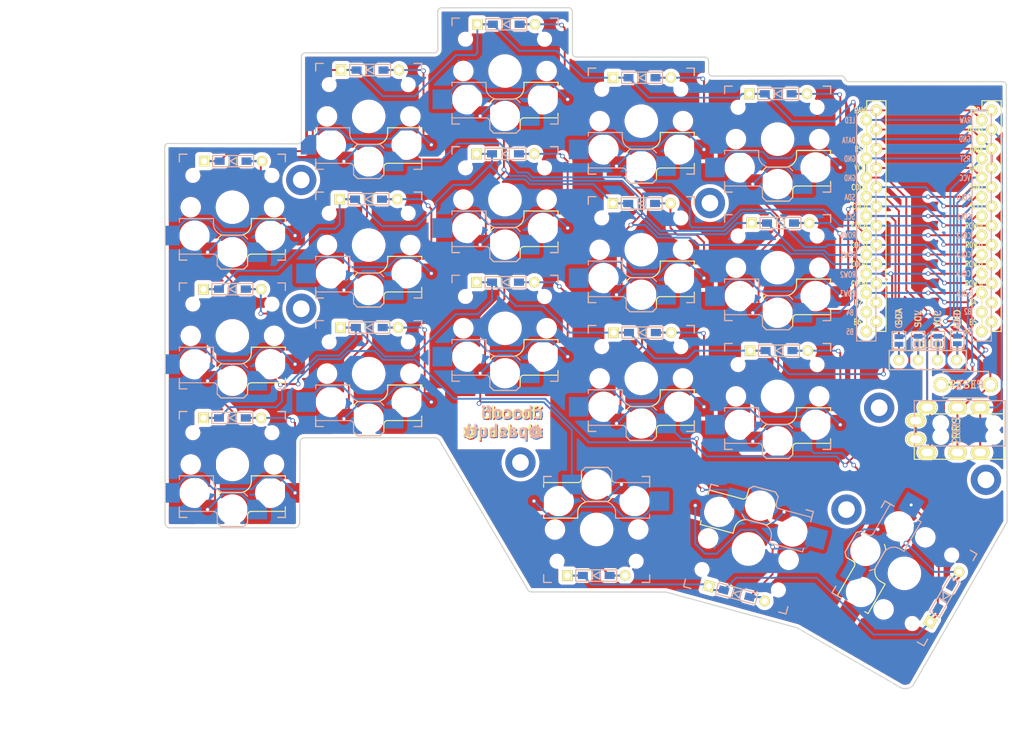
<source format=kicad_pcb>
(kicad_pcb (version 20211014) (generator pcbnew)
  (title_block (title "Corne Light") (date "2018-12-26") (rev "2.1") (company "foostan"))
  (layers (0 "F.Cu" signal) (31 "B.Cu" signal) (34 "B.Paste" user) (35 "F.Paste" user) (36 "B.SilkS" user "B.Silkscreen") (37 "F.SilkS" user "F.Silkscreen") (38 "B.Mask" user) (39 "F.Mask" user) (44 "Edge.Cuts" user))
  (net 0 "")
  (net 1 "row0")
  (net 2 "row1")
  (net 3 "Net-(D2-Pad2)")
  (net 4 "row2")
  (net 5 "Net-(D3-Pad2)")
  (net 6 "row3")
  (net 7 "Net-(D4-Pad2)")
  (net 8 "Net-(D5-Pad2)")
  (net 9 "Net-(D6-Pad2)")
  (net 10 "Net-(D8-Pad2)")
  (net 11 "Net-(D9-Pad2)")
  (net 12 "Net-(D10-Pad2)")
  (net 13 "Net-(D11-Pad2)")
  (net 14 "Net-(D12-Pad2)")
  (net 15 "Net-(D14-Pad2)")
  (net 16 "Net-(D15-Pad2)")
  (net 17 "Net-(D16-Pad2)")
  (net 18 "Net-(D17-Pad2)")
  (net 19 "Net-(D18-Pad2)")
  (net 20 "Net-(D19-Pad2)")
  (net 21 "Net-(D20-Pad2)")
  (net 22 "Net-(D21-Pad2)")
  (net 23 "GND")
  (net 24 "VCC")
  (net 25 "col0")
  (net 26 "col1")
  (net 27 "col2")
  (net 28 "col3")
  (net 29 "col4")
  (net 30 "col5")
  (net 31 "LED")
  (net 32 "data")
  (net 33 "reset")
  (net 34 "SCL")
  (net 35 "SDA")
  (net 36 "Net-(U1-Pad14)")
  (net 37 "Net-(U1-Pad13)")
  (net 38 "Net-(U1-Pad12)")
  (net 39 "Net-(U1-Pad11)")
  (net 40 "Net-(J1-PadA)")
  (net 41 "Net-(U1-Pad24)")
  (footprint "kbd:D3_TH_SMD" (layer "F.Cu") (at 86.0044 64.3128)
    (fp_text reference "D2" hide)
    (fp_text value "D" hide)
  )
  (footprint "kbd:D3_TH_SMD" (layer "F.Cu") (at 104.0892 52.2732)
    (fp_text reference "D3" hide)
    (fp_text value "D" hide)
  )
  (footprint "kbd:D3_TH_SMD" (layer "F.Cu") (at 122.0724 46.228)
    (fp_text reference "D4" hide)
    (fp_text value "D" hide)
  )
  (footprint "kbd:D3_TH_SMD" (layer "F.Cu") (at 140.0048 53.2892)
    (fp_text reference "D5" hide)
    (fp_text value "D" hide)
  )
  (footprint "kbd:D3_TH_SMD" (layer "F.Cu") (at 157.988 55.4228)
    (fp_text reference "D6" hide)
    (fp_text value "D" hide)
  )
  (footprint "kbd:D3_TH_SMD" (layer "F.Cu") (at 85.9028 81.2292)
    (fp_text reference "D8" hide)
    (fp_text value "D" hide)
  )
  (footprint "kbd:D3_TH_SMD" (layer "F.Cu") (at 103.886 69.342)
    (fp_text reference "D9" hide)
    (fp_text value "D" hide)
  )
  (footprint "kbd:D3_TH_SMD" (layer "F.Cu") (at 121.9708 63.3476)
    (fp_text reference "D10" hide)
    (fp_text value "D" hide)
  )
  (footprint "kbd:D3_TH_SMD" (layer "F.Cu") (at 139.954 69.9008)
    (fp_text reference "D11" hide)
    (fp_text value "D" hide)
  )
  (footprint "kbd:D3_TH_SMD" (layer "F.Cu") (at 158.2928 72.4916)
    (fp_text reference "D12" hide)
    (fp_text value "D" hide)
  )
  (footprint "kbd:D3_TH_SMD" (layer "F.Cu") (at 85.9028 98.2472)
    (fp_text reference "D14" hide)
    (fp_text value "D" hide)
  )
  (footprint "kbd:D3_TH_SMD" (layer "F.Cu") (at 103.9876 86.3092)
    (fp_text reference "D15" hide)
    (fp_text value "D" hide)
  )
  (footprint "kbd:D3_TH_SMD" (layer "F.Cu") (at 121.9708 80.3148)
    (fp_text reference "D16" hide)
    (fp_text value "D" hide)
  )
  (footprint "kbd:D3_TH_SMD" (layer "F.Cu") (at 140.0556 86.9696)
    (fp_text reference "D17" hide)
    (fp_text value "D" hide)
  )
  (footprint "kbd:D3_TH_SMD" (layer "F.Cu") (at 158.0896 89.3572)
    (fp_text reference "D18" hide)
    (fp_text value "D" hide)
  )
  (footprint "kbd:D3_TH_SMD" (layer "F.Cu") (at 133.9596 119.0752)
    (fp_text reference "D19" hide)
    (fp_text value "D" hide)
  )
  (footprint "kbd:D3_TH_SMD" (layer "F.Cu") (at 152.514282 121.460596 -15)
    (fp_text reference "D20" hide)
    (fp_text value "D" hide)
  )
  (footprint "kbd:D3_TH_SMD" (layer "F.Cu") (at 179.958166 121.895435 60)
    (fp_text reference "D21" hide)
    (fp_text value "D" hide)
  )
  (footprint "kbd:MJ-4PP-9" (layer "F.Cu") (at 187.96 100.711 -90)
    (fp_text reference "J1")
    (fp_text value "MJ-4PP-9" hide)
  )
  (footprint "keyswitches:Kailh_socket_PG1350_reversible" (layer "F.Cu") (at 85.91 70.4)
    (fp_text reference "SW2" hide)
    (fp_text value "SW_PUSH")
  )
  (footprint "keyswitches:Kailh_socket_PG1350_reversible" (layer "F.Cu") (at 103.91 58.4)
    (fp_text reference "SW3" hide)
    (fp_text value "SW_PUSH")
  )
  (footprint "keyswitches:Kailh_socket_PG1350_reversible" (layer "F.Cu") (at 121.91 52.4)
    (fp_text reference "SW4" hide)
    (fp_text value "SW_PUSH")
  )
  (footprint "keyswitches:Kailh_socket_PG1350_reversible" (layer "F.Cu") (at 139.91 59.02)
    (fp_text reference "SW5" hide)
    (fp_text value "SW_PUSH")
  )
  (footprint "keyswitches:Kailh_socket_PG1350_reversible" (layer "F.Cu") (at 157.91 61.4)
    (fp_text reference "SW6" hide)
    (fp_text value "SW_PUSH")
  )
  (footprint "keyswitches:Kailh_socket_PG1350_reversible" (layer "F.Cu") (at 85.91 87.4)
    (fp_text reference "SW8" hide)
    (fp_text value "SW_PUSH")
  )
  (footprint "keyswitches:Kailh_socket_PG1350_reversible" (layer "F.Cu") (at 103.91 75.4)
    (fp_text reference "SW9" hide)
    (fp_text value "SW_PUSH")
  )
  (footprint "keyswitches:Kailh_socket_PG1350_reversible" (layer "F.Cu") (at 121.91 69.4)
    (fp_text reference "SW10" hide)
    (fp_text value "SW_PUSH")
  )
  (footprint "keyswitches:Kailh_socket_PG1350_reversible" (layer "F.Cu") (at 139.91 76.02)
    (fp_text reference "SW11" hide)
    (fp_text value "SW_PUSH")
  )
  (footprint "keyswitches:Kailh_socket_PG1350_reversible" (layer "F.Cu") (at 157.91 78.4)
    (fp_text reference "SW12" hide)
    (fp_text value "SW_PUSH")
  )
  (footprint "keyswitches:Kailh_socket_PG1350_reversible" (layer "F.Cu") (at 85.91 104.4)
    (fp_text reference "SW14" hide)
    (fp_text value "SW_PUSH")
  )
  (footprint "keyswitches:Kailh_socket_PG1350_reversible" (layer "F.Cu") (at 103.91 92.4)
    (fp_text reference "SW15" hide)
    (fp_text value "SW_PUSH")
  )
  (footprint "keyswitches:Kailh_socket_PG1350_reversible" (layer "F.Cu") (at 121.91 86.4)
    (fp_text reference "SW16" hide)
    (fp_text value "SW_PUSH")
  )
  (footprint "keyswitches:Kailh_socket_PG1350_reversible" (layer "F.Cu") (at 139.91 93.025)
    (fp_text reference "SW17" hide)
    (fp_text value "SW_PUSH")
  )
  (footprint "keyswitches:Kailh_socket_PG1350_reversible" (layer "F.Cu") (at 157.91 95.4)
    (fp_text reference "SW18" hide)
    (fp_text value "SW_PUSH")
  )
  (footprint "keyswitches:Kailh_socket_PG1350_reversible" (layer "F.Cu") (at 134.01 112.99 180)
    (fp_text reference "SW19" hide)
    (fp_text value "SW_PUSH")
  )
  (footprint "keyswitches:Kailh_socket_PG1350_reversible" (layer "F.Cu") (at 154.06 115.58 165)
    (fp_text reference "SW20" hide)
    (fp_text value "SW_PUSH")
  )
  (footprint "keyswitches:Kailh_socket_PG1350_reversible" (layer "F.Cu") (at 174.66 118.79 -120)
    (fp_text reference "SW21" hide)
    (fp_text value "SW_PUSH")
  )
  (footprint "kbd:ProMicro_v2" (layer "F.Cu") (at 178.51 72.0784)
    (fp_text reference "U1" hide)
    (fp_text value "ProMicro" hide)
  )
  (footprint "foostan:Jumper" (layer "F.Cu") (at 179.07 87.9484 -90)
    (fp_text reference "JP65" hide)
    (fp_text value "VCC")
  )
  (footprint "foostan:OLED" (layer "F.Cu") (at 173.93 90.6084)
    (fp_text reference "J2")
    (fp_text value "OLED" hide)
  )
  (footprint "foostan:Jumper" (layer "F.Cu") (at 176.47 87.9684 -90)
    (fp_text reference "JP63" hide)
    (fp_text value "SCL")
  )
  (footprint "foostan:Jumper" (layer "F.Cu") (at 173.93 87.9984 -90)
    (fp_text reference "JP61" hide)
    (fp_text value " SDA")
  )
  (footprint "foostan:Jumper" (layer "F.Cu") (at 181.64 87.9388 -90)
    (fp_text reference "JP68" hide)
    (fp_text value "GND")
  )
  (footprint "kbd:ResetSW" (layer "F.Cu") (at 182.753 93.853)
    (fp_text reference "RSW1" hide)
    (fp_text value "Val**")
  )
  (footprint "kbd:LEGO_HOLE" (layer "F.Cu") (at 171.323 96.901)
    (fp_text reference "h2" hide)
    (fp_text value "h2")
  )
  (footprint "kbd:LEGO_HOLE" (layer "F.Cu") (at 185.42 106.426)
    (fp_text reference "H1" hide)
    (fp_text value "h1")
  )
  (footprint "kbd:LEGO_HOLE" (layer "F.Cu") (at 95 66.802)
    (fp_text reference "h6" hide)
    (fp_text value "h6")
  )
  (footprint "kbd:LEGO_HOLE" (layer "F.Cu") (at 148.971 69.85)
    (fp_text reference "h7" hide)
    (fp_text value "h7")
  )
  (footprint "kbd:LEGO_HOLE" (layer "F.Cu") (at 123.952 104.14)
    (fp_text reference "h4" hide)
    (fp_text value "h4")
  )
  (footprint "kbd:LEGO_HOLE" (layer "F.Cu") (at 167.005 110.363)
    (fp_text reference "h3" hide)
    (fp_text value "h3")
  )
  (footprint "kbd:LEGO_HOLE" (layer "F.Cu") (at 95 83.82)
    (fp_text reference "h5" hide)
    (fp_text value "h5")
  )
  (footprint "foostan:Jumper" (layer "B.Cu") (at 176.48 87.9784 -90)
    (fp_text reference "JP64" hide)
    (fp_text value "VCC")
  )
  (footprint "foostan:Jumper" (layer "B.Cu") (at 173.93 88.008 -90)
    (fp_text reference "JP62" hide)
    (fp_text value "GND")
  )
  (footprint "foostan:Jumper" (layer "B.Cu") (at 181.64 87.9284 -90)
    (fp_text reference "JP6" hide)
    (fp_text value " SDA")
  )
  (footprint "foostan:Jumper" (layer "B.Cu") (at 179.06 87.9484 -90)
    (fp_text reference "JP66" hide)
    (fp_text value "SCL")
  )
  (gr_line (start 187.62 53.805) (end 167.3304 53.81502) (layer "Edge.Cuts") (width 0.15))
  (gr_line (start 94.515447 62.020847) (end 77.4192 61.976) (layer "Edge.Cuts") (width 0.15))
  (gr_line (start 175.768 133.6548) (end 188.214 112.014) (layer "Edge.Cuts") (width 0.15))
  (gr_line (start 160.4772 125.984) (end 174.288668 133.9596) (layer "Edge.Cuts") (width 0.15))
  (gr_line (start 125.3744 121.240811) (end 143.1544 121.2596) (layer "Edge.Cuts") (width 0.15))
  (gr_arc (start 166.360498 53.055) (mid 166.676734 53.167708) (end 166.8504 53.45502) (layer "Edge.Cuts") (width 0.15))
  (gr_arc (start 167.3304 53.81502) (mid 167.0304 53.71502) (end 166.8504 53.45502) (layer "Edge.Cuts") (width 0.15))
  (gr_line (start 166.360498 53.055) (end 149.2932 53.06902) (layer "Edge.Cuts") (width 0.15))
  (gr_arc (start 95.015447 61.520847) (mid 94.869 61.8744) (end 94.515447 62.020847) (layer "Edge.Cuts") (width 0.15))
  (gr_arc (start 95.01712 50.50682) (mid 95.163567 50.153267) (end 95.51712 50.00682) (layer "Edge.Cuts") (width 0.15))
  (gr_line (start 130.31 44.0362) (end 113.53 44.049553) (layer "Edge.Cuts") (width 0.15))
  (gr_line (start 130.81 50.0534) (end 130.81 44.5362) (layer "Edge.Cuts") (width 0.15))
  (gr_line (start 148.2932 50.56902) (end 131.31 50.5534) (layer "Edge.Cuts") (width 0.15))
  (gr_line (start 148.7932 52.56902) (end 148.7932 51.06902) (layer "Edge.Cuts") (width 0.15))
  (gr_line (start 95.01712 50.50682) (end 95.015447 61.520847) (layer "Edge.Cuts") (width 0.15))
  (gr_line (start 112.54712 50.00682) (end 95.51712 50.00682) (layer "Edge.Cuts") (width 0.15))
  (gr_line (start 113.03 44.549553) (end 113.04712 49.50682) (layer "Edge.Cuts") (width 0.15))
  (gr_arc (start 113.04712 49.50682) (mid 112.900673 49.860373) (end 112.54712 50.00682) (layer "Edge.Cuts") (width 0.15))
  (gr_arc (start 113.03 44.549553) (mid 113.176447 44.196) (end 113.53 44.049553) (layer "Edge.Cuts") (width 0.15))
  (gr_arc (start 130.31 44.0362) (mid 130.663553 44.182647) (end 130.81 44.5362) (layer "Edge.Cuts") (width 0.15))
  (gr_arc (start 131.31 50.5534) (mid 130.956447 50.406953) (end 130.81 50.0534) (layer "Edge.Cuts") (width 0.15))
  (gr_arc (start 148.2932 50.56902) (mid 148.646753 50.715467) (end 148.7932 51.06902) (layer "Edge.Cuts") (width 0.15))
  (gr_arc (start 149.2932 53.06902) (mid 148.939647 52.922573) (end 148.7932 52.56902) (layer "Edge.Cuts") (width 0.15))
  (gr_arc (start 187.62 53.805) (mid 187.973553 53.951447) (end 188.12 54.305) (layer "Edge.Cuts") (width 0.15))
  (gr_line (start 95.4532 100.862652) (end 112.6236 100.862652) (layer "Edge.Cuts") (width 0.15))
  (gr_line (start 94.7928 110.744) (end 94.8436 101.472252) (layer "Edge.Cuts") (width 0.15))
  (gr_arc (start 112.6236 100.862652) (mid 113.02279 100.980057) (end 113.294857 101.294883) (layer "Edge.Cuts") (width 0.15))
  (gr_arc (start 125.3744 121.240811) (mid 125.184464 121.206306) (end 125.0188 121.1072) (layer "Edge.Cuts") (width 0.15))
  (gr_arc (start 175.768 133.6548) (mid 175.064863 133.984494) (end 174.288668 133.959599) (layer "Edge.Cuts") (width 0.15))
  (gr_line (start 77.0128 93.7768) (end 77.0128 110.744) (layer "Edge.Cuts") (width 0.15))
  (gr_line (start 76.962 62.4332) (end 77.0128 76.708) (layer "Edge.Cuts") (width 0.15))
  (gr_line (start 188.12 54.305) (end 188.214 112.014) (layer "Edge.Cuts") (width 0.15))
  (gr_line (start 94.7928 112.1156) (end 94.7928 110.744) (layer "Edge.Cuts") (width 0.15))
  (gr_arc (start 94.8436 101.472252) (mid 95.022148 101.0412) (end 95.4532 100.862652) (layer "Edge.Cuts") (width 0.15))
  (gr_arc (start 94.7928 112.1156) (mid 94.599373 112.582573) (end 94.1324 112.776) (layer "Edge.Cuts") (width 0.15))
  (gr_line (start 77.0128 112.1156) (end 77.0128 110.744) (layer "Edge.Cuts") (width 0.15))
  (gr_line (start 77.0128 76.708) (end 77.0128 93.7768) (layer "Edge.Cuts") (width 0.15))
  (gr_line (start 113.294857 101.294883) (end 125.0188 121.1072) (layer "Edge.Cuts") (width 0.15))
  (gr_arc (start 76.962 62.4332) (mid 77.095911 62.109911) (end 77.4192 61.976) (layer "Edge.Cuts") (width 0.15))
  (gr_line (start 77.6732 112.776) (end 94.1324 112.776) (layer "Edge.Cuts") (width 0.15))
  (gr_line (start 143.1544 121.2596) (end 160.4772 125.984) (layer "Edge.Cuts") (width 0.15))
  (gr_arc (start 77.6732 112.776) (mid 77.206227 112.582573) (end 77.0128 112.1156) (layer "Edge.Cuts") (width 0.15))
  (gr_text "chocofi\n@pashutk" (at 127.24 98.89) (layer "F.Cu") (effects (font (size 1.5 1.5) (thickness 0.3)) (justify right)))
  (gr_text "chocofi\n@pashutk" (at 127.25 98.89) (layer "B.Cu") (effects (font (size 1.5 1.5) (thickness 0.3)) (justify left mirror)))
  (gr_text "chocofi\n@pashutk" (at 127.13 98.75) (layer "B.SilkS") (effects (font (size 1.5 1.5) (thickness 0.3)) (justify left mirror)))
  (gr_text "chocofi\n@pashutk" (at 127.12 98.75) (layer "F.SilkS") (effects (font (size 1.5 1.5) (thickness 0.3)) (justify right)))
  (segment (start 96.52 53.6448) (end 97.8916 52.2732) (width 0.25) (layer "F.Cu") (net 1))
  (segment (start 118.2624 46.228) (end 120.2974 46.228) (width 0.25) (layer "F.Cu") (net 1))
  (segment (start 154.178 55.4228) (end 156.213 55.4228) (width 0.25) (layer "F.Cu") (net 1))
  (segment (start 138.2298 53.2892) (end 136.1948 53.2892) (width 0.25) (layer "F.Cu") (net 1))
  (segment (start 85.5502 62.992) (end 84.2294 64.3128) (width 0.25) (layer "F.Cu") (net 1))
  (segment (start 167.894 56.515) (end 168.0972 56.7182) (width 0.25) (layer "F.Cu") (net 1))
  (segment (start 183.598 72.8404) (end 182.328 74.1104) (width 0.25) (layer "F.Cu") (net 1))
  (segment (start 168.0972 72.5876) (end 169.62 74.1104) (width 0.25) (layer "F.Cu") (net 1))
  (segment (start 102.3142 52.2732) (end 100.2792 52.2732) (width 0.25) (layer "F.Cu") (net 1))
  (segment (start 96.52 53.6448) (end 96.52 61.849) (width 0.25) (layer "F.Cu") (net 1))
  (segment (start 95.377 62.992) (end 85.5502 62.992) (width 0.25) (layer "F.Cu") (net 1))
  (segment (start 97.8916 52.2732) (end 100.2792 52.2732) (width 0.25) (layer "F.Cu") (net 1))
  (segment (start 96.52 61.849) (end 95.377 62.992) (width 0.25) (layer "F.Cu") (net 1))
  (segment (start 186.1664 72.8404) (end 183.598 72.8404) (width 0.25) (layer "F.Cu") (net 1))
  (segment (start 168.0972 56.7182) (end 168.0972 72.5876) (width 0.25) (layer "F.Cu") (net 1))
  (segment (start 84.2294 64.3128) (end 82.1944 64.3128) (width 0.25) (layer "F.Cu") (net 1))
  (segment (start 182.328 74.1104) (end 177.8 74.1104) (width 0.25) (layer "F.Cu") (net 1))
  (via (at 177.8 74.1104) (size 0.6) (drill 0.4) (layers "F.Cu" "B.Cu") (net 1))
  (via (at 167.894 56.515) (size 0.6) (drill 0.4) (layers "F.Cu" "B.Cu") (net 1))
  (segment (start 102.3142 52.2732) (end 100.2792 52.2732) (width 0.25) (layer "B.Cu") (net 1))
  (segment (start 128.7272 49.7332) (end 132.2832 53.2892) (width 0.25) (layer "B.Cu") (net 1))
  (segment (start 140.8714 55.9308) (end 138.2298 53.2892) (width 0.25) (layer "B.Cu") (net 1))
  (segment (start 152.7215 55.9308) (end 140.8714 55.9308) (width 0.25) (layer "B.Cu") (net 1))
  (segment (start 159.8452 59.055) (end 156.213 55.4228) (width 0.25) (layer "B.Cu") (net 1))
  (segment (start 120.2974 46.228) (end 118.2624 46.228) (width 0.25) (layer "B.Cu") (net 1))
  (segment (start 153.2295 55.4228) (end 152.7215 55.9308) (width 0.25) (layer "B.Cu") (net 1))
  (segment (start 165.354 59.055) (end 159.8452 59.055) (width 0.25) (layer "B.Cu") (net 1))
  (segment (start 118.2624 46.228) (end 118.2624 50.0126) (width 0.25) (layer "B.Cu") (net 1))
  (segment (start 123.8026 49.7332) (end 128.7272 49.7332) (width 0.25) (layer "B.Cu") (net 1))
  (segment (start 154.178 55.4228) (end 153.2295 55.4228) (width 0.25) (layer "B.Cu") (net 1))
  (segment (start 84.2294 64.3128) (end 82.1944 64.3128) (width 0.25) (layer "B.Cu") (net 1))
  (segment (start 118.2624 50.0126) (end 117.983 50.292) (width 0.25) (layer "B.Cu") (net 1))
  (segment (start 132.2832 53.2892) (end 136.1948 53.2892) (width 0.25) (layer "B.Cu") (net 1))
  (segment (start 105.7686 55.7276) (end 102.3142 52.2732) (width 0.25) (layer "B.Cu") (net 1))
  (segment (start 169.62 74.1104) (end 177.8 74.1104) (width 0.25) (layer "B.Cu") (net 1))
  (segment (start 138.2298 53.2892) (end 136.1948 53.2892) (width 0.25) (layer "B.Cu") (net 1))
  (segment (start 117.983 50.292) (end 115.443 50.292) (width 0.25) (layer "B.Cu") (net 1))
  (segment (start 110.0074 55.7276) (end 105.7686 55.7276) (width 0.25) (layer "B.Cu") (net 1))
  (segment (start 115.443 50.292) (end 110.0074 55.7276) (width 0.25) (layer "B.Cu") (net 1))
  (segment (start 156.213 55.4228) (end 154.178 55.4228) (width 0.25) (layer "B.Cu") (net 1))
  (segment (start 120.2974 46.228) (end 123.8026 49.7332) (width 0.25) (layer "B.Cu") (net 1))
  (segment (start 167.894 56.515) (end 165.354 59.055) (width 0.25) (layer "B.Cu") (net 1))
  (segment (start 186.1664 75.3804) (end 183.852 75.3804) (width 0.25) (layer "F.Cu") (net 2))
  (segment (start 182.582 76.6504) (end 177.8 76.6504) (width 0.25) (layer "F.Cu") (net 2))
  (segment (start 138.179 69.9008) (end 136.144 69.9008) (width 0.25) (layer "F.Cu") (net 2))
  (segment (start 183.852 75.3804) (end 182.582 76.6504) (width 0.25) (layer "F.Cu") (net 2))
  (segment (start 102.111 69.342) (end 100.076 69.342) (width 0.25) (layer "F.Cu") (net 2))
  (segment (start 120.1958 63.3476) (end 118.1608 63.3476) (width 0.25) (layer "F.Cu") (net 2))
  (segment (start 84.1278 81.2292) (end 82.0928 81.2292) (width 0.25) (layer "F.Cu") (net 2))
  (segment (start 156.5178 72.4916) (end 154.4828 72.4916) (width 0.25) (layer "F.Cu") (net 2))
  (via (at 177.8 76.6504) (size 0.6) (drill 0.4) (layers "F.Cu" "B.Cu") (net 2))
  (segment (start 164.071887 76.110969) (end 164.668918 76.708) (width 0.25) (layer "B.Cu") (net 2))
  (segment (start 138.179 69.9008) (end 136.144 69.9008) (width 0.25) (layer "B.Cu") (net 2))
  (segment (start 115.062 67.4624) (end 112.776 69.7484) (width 0.25) (layer "B.Cu") (net 2))
  (segment (start 120.1958 63.3476) (end 120.1958 64.6146) (width 0.25) (layer "B.Cu") (net 2))
  (segment (start 169.62 76.6504) (end 177.8 76.6504) (width 0.25) (layer "B.Cu") (net 2))
  (segment (start 86.5662 78.7908) (end 91.8464 78.7908) (width 0.25) (layer "B.Cu") (net 2))
  (segment (start 160.137169 76.110969) (end 164.071887 76.110969) (width 0.25) (layer "B.Cu") (net 2))
  (segment (start 100.076 72.644) (end 100.076 69.342) (width 0.25) (layer "B.Cu") (net 2))
  (segment (start 102.111 69.342) (end 100.076 69.342) (width 0.25) (layer "B.Cu") (net 2))
  (segment (start 121.7168 66.7004) (end 119.9134 64.897) (width 0.25) (layer "B.Cu") (net 2))
  (segment (start 97.3836 73.2536) (end 99.4664 73.2536) (width 0.25) (layer "B.Cu") (net 2))
  (segment (start 112.776 69.7484) (end 112.776 70.358) (width 0.25) (layer "B.Cu") (net 2))
  (segment (start 154.4828 72.4916) (end 152.5524 72.4916) (width 0.25) (layer "B.Cu") (net 2))
  (segment (start 110.236 72.898) (end 105.667 72.898) (width 0.25) (layer "B.Cu") (net 2))
  (segment (start 133.59632 67.35312) (end 125.16352 67.35312) (width 0.25) (layer "B.Cu") (net 2))
  (segment (start 84.1278 81.2292) (end 86.5662 78.7908) (width 0.25) (layer "B.Cu") (net 2))
  (segment (start 136.144 69.9008) (end 133.59632 67.35312) (width 0.25) (layer "B.Cu") (net 2))
  (segment (start 119.9134 64.897) (end 117.348 67.4624) (width 0.25) (layer "B.Cu") (net 2))
  (segment (start 151.07152 73.97248) (end 142.25068 73.97248) (width 0.25) (layer "B.Cu") (net 2))
  (segment (start 112.776 70.358) (end 110.236 72.898) (width 0.25) (layer "B.Cu") (net 2))
  (segment (start 120.1958 64.6146) (end 119.9134 64.897) (width 0.25) (layer "B.Cu") (net 2))
  (segment (start 105.667 72.898) (end 102.111 69.342) (width 0.25) (layer "B.Cu") (net 2))
  (segment (start 99.4664 73.2536) (end 100.076 72.644) (width 0.25) (layer "B.Cu") (net 2))
  (segment (start 169.5624 76.708) (end 169.62 76.6504) (width 0.25) (layer "B.Cu") (net 2))
  (segment (start 91.8464 78.7908) (end 97.3836 73.2536) (width 0.25) (layer "B.Cu") (net 2))
  (segment (start 156.5178 72.4916) (end 154.4828 72.4916) (width 0.25) (layer "B.Cu") (net 2))
  (segment (start 125.16352 67.35312) (end 124.5108 66.7004) (width 0.25) (layer "B.Cu") (net 2))
  (segment (start 142.25068 73.97248) (end 138.179 69.9008) (width 0.25) (layer "B.Cu") (net 2))
  (segment (start 120.1958 63.3476) (end 118.1608 63.3476) (width 0.25) (layer "B.Cu") (net 2))
  (segment (start 124.5108 66.7004) (end 121.7168 66.7004) (width 0.25) (layer "B.Cu") (net 2))
  (segment (start 152.5524 72.4916) (end 151.07152 73.97248) (width 0.25) (layer "B.Cu") (net 2))
  (segment (start 84.1278 81.2292) (end 82.0928 81.2292) (width 0.25) (layer "B.Cu") (net 2))
  (segment (start 156.5178 72.4916) (end 160.137169 76.110969) (width 0.25) (layer "B.Cu") (net 2))
  (segment (start 117.348 67.4624) (end 115.062 67.4624) (width 0.25) (layer "B.Cu") (net 2))
  (segment (start 164.668918 76.708) (end 169.5624 76.708) (width 0.25) (layer "B.Cu") (net 2))
  (segment (start 89.662 66.294) (end 89.662 64.4652) (width 0.25) (layer "F.Cu") (net 3))
  (segment (start 93.726 70.358) (end 89.662 66.294) (width 0.25) (layer "F.Cu") (net 3))
  (segment (start 93.726 73.691) (end 93.726 70.358) (width 0.25) (layer "F.Cu") (net 3))
  (segment (start 94.185 74.15) (end 93.726 73.691) (width 0.25) (layer "F.Cu") (net 3))
  (segment (start 89.662 64.4652) (end 89.8144 64.3128) (width 0.25) (layer "F.Cu") (net 3))
  (segment (start 87.7794 64.3128) (end 89.8144 64.3128) (width 0.25) (layer "F.Cu") (net 3))
  (via (at 94.185 74.15) (size 0.6) (drill 0.4) (layers "F.Cu" "B.Cu") (net 3))
  (segment (start 89.7636 72.0852) (end 92.1202 72.0852) (width 0.25) (layer "B.Cu") (net 3))
  (segment (start 77.635 74.15) (end 79.7506 72.0344) (width 0.25) (layer "B.Cu") (net 3))
  (segment (start 88.07952 73.76928) (end 89.7636 72.0852) (width 0.25) (layer "B.Cu") (net 3))
  (segment (start 82.845123 72.0344) (end 84.580003 73.76928) (width 0.25) (layer "B.Cu") (net 3))
  (segment (start 84.580003 73.76928) (end 88.07952 73.76928) (width 0.25) (layer "B.Cu") (net 3))
  (segment (start 79.7506 72.0344) (end 82.845123 72.0344) (width 0.25) (layer "B.Cu") (net 3))
  (segment (start 87.7794 64.3128) (end 89.8144 64.3128) (width 0.25) (layer "B.Cu") (net 3))
  (segment (start 92.1202 72.0852) (end 94.185 74.15) (width 0.25) (layer "B.Cu") (net 3))
  (segment (start 156.3146 89.3572) (end 154.2796 89.3572) (width 0.25) (layer "F.Cu") (net 4))
  (segment (start 173.03047 79.36538) (end 172.85549 79.1904) (width 0.25) (layer "F.Cu") (net 4))
  (segment (start 182.836 79.1904) (end 177.8 79.1904) (width 0.25) (layer "F.Cu") (net 4))
  (segment (start 171.9072 87.025482) (end 173.03047 85.902212) (width 0.25) (layer "F.Cu") (net 4))
  (segment (start 84.1278 98.2472) (end 82.0928 98.2472) (width 0.25) (layer "F.Cu") (net 4))
  (segment (start 184.106 77.9204) (end 182.836 79.1904) (width 0.25) (layer "F.Cu") (net 4))
  (segment (start 138.2806 86.9696) (end 136.2456 86.9696) (width 0.25) (layer "F.Cu") (net 4))
  (segment (start 171.9072 92.456) (end 171.9072 87.025482) (width 0.25) (layer "F.Cu") (net 4))
  (segment (start 186.1664 77.9204) (end 184.106 77.9204) (width 0.25) (layer "F.Cu") (net 4))
  (segment (start 120.1958 80.3148) (end 118.1608 80.3148) (width 0.25) (layer "F.Cu") (net 4))
  (segment (start 173.03047 85.902212) (end 173.03047 79.36538) (width 0.25) (layer "F.Cu") (net 4))
  (segment (start 102.2126 86.3092) (end 100.1776 86.3092) (width 0.25) (layer "F.Cu") (net 4))
  (via (at 171.9072 92.456) (size 0.6) (drill 0.4) (layers "F.Cu" "B.Cu") (net 4))
  (via (at 172.85549 79.1904) (size 0.6) (drill 0.4) (layers "F.Cu" "B.Cu") (net 4))
  (via (at 177.8 79.1904) (size 0.6) (drill 0.4) (layers "F.Cu" "B.Cu") (net 4))
  (segment (start 97.0788 90.0176) (end 92.456 94.6404) (width 0.25) (layer "B.Cu") (net 4))
  (segment (start 102.2126 87.7794) (end 99.9744 90.0176) (width 0.25) (layer "B.Cu") (net 4))
  (segment (start 138.2806 86.9696) (end 136.2456 86.9696) (width 0.25) (layer "B.Cu") (net 4))
  (segment (start 92.456 94.6404) (end 92.456 96.0628) (width 0.25) (layer "B.Cu") (net 4))
  (segment (start 130.4544 86.9696) (end 126.9492 83.4644) (width 0.25) (layer "B.Cu") (net 4))
  (segment (start 123.3454 83.4644) (end 120.1958 80.3148) (width 0.25) (layer "B.Cu") (net 4))
  (segment (start 102.2126 86.3092) (end 102.2126 87.7794) (width 0.25) (layer "B.Cu") (net 4))
  (segment (start 159.4134 92.456) (end 171.9072 92.456) (width 0.25) (layer "B.Cu") (net 4))
  (segment (start 145.9992 90.3732) (end 141.6842 90.3732) (width 0.25) (layer "B.Cu") (net 4))
  (segment (start 109.8296 90.1192) (end 106.0226 90.1192) (width 0.25) (layer "B.Cu") (net 4))
  (segment (start 85.5502 96.8248) (end 84.1278 98.2472) (width 0.25) (layer "B.Cu") (net 4))
  (segment (start 120.1958 80.3148) (end 118.1608 80.3148) (width 0.25) (layer "B.Cu") (net 4))
  (segment (start 141.6842 90.3732) (end 138.2806 86.9696) (width 0.25) (layer "B.Cu") (net 4))
  (segment (start 120.1958 82.6486) (end 118.3132 84.5312) (width 0.25) (layer "B.Cu") (net 4))
  (segment (start 99.9744 90.0176) (end 97.0788 90.0176) (width 0.25) (layer "B.Cu") (net 4))
  (segment (start 92.456 96.0628) (end 91.694 96.8248) (width 0.25) (layer "B.Cu") (net 4))
  (segment (start 84.1278 98.2472) (end 82.0928 98.2472) (width 0.25) (layer "B.Cu") (net 4))
  (segment (start 91.694 96.8248) (end 85.5502 96.8248) (width 0.25) (layer "B.Cu") (net 4))
  (segment (start 115.4176 84.5312) (end 109.8296 90.1192) (width 0.25) (layer "B.Cu") (net 4))
  (segment (start 169.62 79.1904) (end 177.8 79.1904) (width 0.25) (layer "B.Cu") (net 4))
  (segment (start 118.3132 84.5312) (end 115.4176 84.5312) (width 0.25) (layer "B.Cu") (net 4))
  (segment (start 156.3146 89.3572) (end 154.2796 89.3572) (width 0.25) (layer "B.Cu") (net 4))
  (segment (start 136.2456 86.9696) (end 130.4544 86.9696) (width 0.25) (layer "B.Cu") (net 4))
  (segment (start 156.3146 89.3572) (end 159.4134 92.456) (width 0.25) (layer "B.Cu") (net 4))
  (segment (start 120.1958 80.3148) (end 120.1958 82.6486) (width 0.25) (layer "B.Cu") (net 4))
  (segment (start 147.0152 89.3572) (end 145.9992 90.3732) (width 0.25) (layer "B.Cu") (net 4))
  (segment (start 154.2796 89.3572) (end 147.0152 89.3572) (width 0.25) (layer "B.Cu") (net 4))
  (segment (start 102.2126 86.3092) (end 100.1776 86.3092) (width 0.25) (layer "B.Cu") (net 4))
  (segment (start 126.9492 83.4644) (end 123.3454 83.4644) (width 0.25) (layer "B.Cu") (net 4))
  (segment (start 106.0226 90.1192) (end 102.2126 86.3092) (width 0.25) (layer "B.Cu") (net 4))
  (segment (start 111.1504 61.1154) (end 112.185 62.15) (width 0.25) (layer "F.Cu") (net 5))
  (segment (start 105.8642 52.2732) (end 107.8992 52.2732) (width 0.25) (layer "F.Cu") (net 5))
  (segment (start 111.1504 52.3748) (end 111.1504 61.1154) (width 0.25) (layer "F.Cu") (net 5))
  (via (at 112.185 62.15) (size 0.6) (drill 0.4) (layers "F.Cu" "B.Cu") (net 5))
  (via (at 111.1504 52.3748) (size 0.6) (drill 0.4) (layers "F.Cu" "B.Cu") (net 5))
  (segment (start 101.266257 61.3664) (end 106.8832 61.3664) (width 0.25) (layer "B.Cu") (net 5))
  (segment (start 106.8832 61.3664) (end 108.1024 60.1472) (width 0.25) (layer "B.Cu") (net 5))
  (segment (start 105.8642 52.2732) (end 107.8992 52.2732) (width 0.25) (layer "B.Cu") (net 5))
  (segment (start 107.8992 52.2732) (end 111.0488 52.2732) (width 0.25) (layer "B.Cu") (net 5))
  (segment (start 97.6378 60.1472) (end 100.047057 60.1472) (width 0.25) (layer "B.Cu") (net 5))
  (segment (start 95.635 62.15) (end 97.6378 60.1472) (width 0.25) (layer "B.Cu") (net 5))
  (segment (start 110.1822 60.1472) (end 112.185 62.15) (width 0.25) (layer "B.Cu") (net 5))
  (segment (start 100.047057 60.1472) (end 101.266257 61.3664) (width 0.25) (layer "B.Cu") (net 5))
  (segment (start 108.1024 60.1472) (end 110.1822 60.1472) (width 0.25) (layer "B.Cu") (net 5))
  (segment (start 111.0488 52.2732) (end 111.1504 52.3748) (width 0.25) (layer "B.Cu") (net 5))
  (segment (start 185.983401 80.643399) (end 186.1664 80.4604) (width 0.25) (layer "F.Cu") (net 6))
  (segment (start 183.923001 80.643399) (end 185.983401 80.643399) (width 0.25) (layer "F.Cu") (net 6))
  (segment (start 177.8 81.7304) (end 182.836 81.7304) (width 0.25) (layer "F.Cu") (net 6))
  (segment (start 180.975 101.092) (end 179.7812 102.2858) (width 0.25) (layer "F.Cu") (net 6))
  (segment (start 180.975 98.679) (end 180.975 101.092) (width 0.25) (layer "F.Cu") (net 6))
  (segment (start 179.7812 102.2858) (end 179.7812 112.776) (width 0.25) (layer "F.Cu") (net 6))
  (segment (start 179.8828 95.9612) (end 179.8828 97.5868) (width 0.25) (layer "F.Cu") (net 6))
  (segment (start 150.799764 121.001192) (end 149.360802 121.001192) (width 0.25) (layer "F.Cu") (net 6))
  (segment (start 179.7812 112.776) (end 179.197 113.3602) (width 0.25) (layer "F.Cu") (net 6))
  (segment (start 182.836 81.7304) (end 183.923001 80.643399) (width 0.25) (layer "F.Cu") (net 6))
  (segment (start 179.070666 124.177492) (end 178.053166 125.194992) (width 0.25) (layer "F.Cu") (net 6))
  (segment (start 179.197 119.634) (end 179.070666 119.760334) (width 0.25) (layer "F.Cu") (net 6))
  (segment (start 179.197 113.3602) (end 179.197 119.634) (width 0.25) (layer "F.Cu") (net 6))
  (segment (start 149.360802 121.001192) (end 148.834105 120.474495) (width 0.25) (layer "F.Cu") (net 6))
  (segment (start 183.642 92.202) (end 179.8828 95.9612) (width 0.25) (layer "F.Cu") (net 6))
  (segment (start 179.070666 123.43263) (end 179.070666 124.177492) (width 0.25) (layer "F.Cu") (net 6))
  (segment (start 179.8828 97.5868) (end 180.975 98.679) (width 0.25) (layer "F.Cu") (net 6))
  (segment (start 132.1846 119.0752) (end 130.1496 119.0752) (width 0.25) (layer "F.Cu") (net 6))
  (segment (start 179.070666 119.760334) (end 179.070666 123.43263) (width 0.25) (layer "F.Cu") (net 6))
  (segment (start 183.642 91.186) (end 183.642 92.202) (width 0.25) (layer "F.Cu") (net 6))
  (via (at 183.0324 81.534) (size 0.6) (drill 0.4) (layers "F.Cu" "B.Cu") (net 6))
  (via (at 177.8 81.7304) (size 0.6) (drill 0.4) (layers "F.Cu" "B.Cu") (net 6))
  (via (at 183.642 91.186) (size 0.6) (drill 0.4) (layers "F.Cu" "B.Cu") (net 6))
  (segment (start 133.353 120.2436) (end 132.1846 119.0752) (width 0.25) (layer "B.Cu") (net 6))
  (segment (start 178.053166 124.45013) (end 179.070666 123.43263) (width 0.25) (layer "B.Cu") (net 6))
  (segment (start 152.420956 119.38) (end 163.068 119.38) (width 0.25) (layer "B.Cu") (net 6))
  (segment (start 169.62 81.7304) (end 177.8 81.7304) (width 0.25) (layer "B.Cu") (net 6))
  (segment (start 176.403 126.873) (end 178.053166 125.222834) (width 0.25) (layer "B.Cu") (net 6))
  (segment (start 183.5912 91.1352) (end 183.642 91.186) (width 0.25) (layer "B.Cu") (net 6))
  (segment (start 150.799764 121.001192) (end 149.360802 121.001192) (width 0.25) (layer "B.Cu") (net 6))
  (segment (start 183.0324 86.2584) (end 183.5912 86.8172) (width 0.25) (layer "B.Cu") (net 6))
  (segment (start 170.561 126.873) (end 176.403 126.873) (width 0.25) (layer "B.Cu") (net 6))
  (segment (start 178.053166 125.194992) (end 178.053166 124.45013) (width 0.25) (layer "B.Cu") (net 6))
  (segment (start 150.799764 121.001192) (end 152.420956 119.38) (width 0.25) (layer "B.Cu") (net 6))
  (segment (start 149.360802 121.001192) (end 148.834105 120.474495) (width 0.25) (layer "B.Cu") (net 6))
  (segment (start 148.834105 120.474495) (end 148.60321 120.2436) (width 0.25) (layer "B.Cu") (net 6))
  (segment (start 148.60321 120.2436) (end 133.353 120.2436) (width 0.25) (layer "B.Cu") (net 6))
  (segment (start 132.1846 119.0752) (end 130.1496 119.0752) (width 0.25) (layer "B.Cu") (net 6))
  (segment (start 163.068 119.38) (end 170.561 126.873) (width 0.25) (layer "B.Cu") (net 6))
  (segment (start 183.0324 81.534) (end 183.0324 86.2584) (width 0.25) (layer "B.Cu") (net 6))
  (segment (start 178.053166 125.222834) (end 178.053166 125.194992) (width 0.25) (layer "B.Cu") (net 6))
  (segment (start 183.5912 86.8172) (end 183.5912 91.1352) (width 0.25) (layer "B.Cu") (net 6))
  (segment (start 129.794 46.736) (end 129.794 55.759) (width 0.25) (layer "F.Cu") (net 7))
  (segment (start 129.794 55.759) (end 130.185 56.15) (width 0.25) (layer "F.Cu") (net 7))
  (segment (start 129.3876 46.3296) (end 129.794 46.736) (width 0.25) (layer "F.Cu") (net 7))
  (segment (start 123.8474 46.228) (end 125.8824 46.228) (width 0.25) (layer "F.Cu") (net 7))
  (via (at 129.3876 46.3296) (size 0.6) (drill 0.4) (layers "F.Cu" "B.Cu") (net 7))
  (via (at 130.185 56.15) (size 0.6) (drill 0.4) (layers "F.Cu" "B.Cu") (net 7))
  (segment (start 113.635 56.15) (end 115.683 54.102) (width 0.25) (layer "B.Cu") (net 7))
  (segment (start 117.7544 54.102) (end 118.9736 55.3212) (width 0.25) (layer "B.Cu") (net 7))
  (segment (start 129.3876 46.3296) (end 129.286 46.228) (width 0.25) (layer "B.Cu") (net 7))
  (segment (start 115.683 54.102) (end 117.7544 54.102) (width 0.25) (layer "B.Cu") (net 7))
  (segment (start 125.7808 54.2036) (end 128.2386 54.2036) (width 0.25) (layer "B.Cu") (net 7))
  (segment (start 118.9736 55.3212) (end 124.6632 55.3212) (width 0.25) (layer "B.Cu") (net 7))
  (segment (start 124.6632 55.3212) (end 125.7808 54.2036) (width 0.25) (layer "B.Cu") (net 7))
  (segment (start 125.8824 46.228) (end 123.8474 46.228) (width 0.25) (layer "B.Cu") (net 7))
  (segment (start 128.2386 54.2036) (end 130.185 56.15) (width 0.25) (layer "B.Cu") (net 7))
  (segment (start 129.286 46.228) (end 125.8824 46.228) (width 0.25) (layer "B.Cu") (net 7))
  (segment (start 148.185 53.5954) (end 148.185 62.77) (width 0.25) (layer "F.Cu") (net 8))
  (segment (start 148.0312 53.4416) (end 148.185 53.5954) (width 0.25) (layer "F.Cu") (net 8))
  (segment (start 141.7798 53.2892) (end 143.8148 53.2892) (width 0.25) (layer "F.Cu") (net 8))
  (via (at 148.0312 53.4416) (size 0.6) (drill 0.4) (layers "F.Cu" "B.Cu") (net 8))
  (via (at 148.185 62.77) (size 0.6) (drill 0.4) (layers "F.Cu" "B.Cu") (net 8))
  (segment (start 147.8788 53.2892) (end 148.0312 53.4416) (width 0.25) (layer "B.Cu") (net 8))
  (segment (start 142.1384 62.3824) (end 143.8148 60.706) (width 0.25) (layer "B.Cu") (net 8))
  (segment (start 143.8148 60.706) (end 146.121 60.706) (width 0.25) (layer "B.Cu") (net 8))
  (segment (start 133.699 60.706) (end 136.0424 60.706) (width 0.25) (layer "B.Cu") (net 8))
  (segment (start 143.8148 53.2892) (end 147.8788 53.2892) (width 0.25) (layer "B.Cu") (net 8))
  (segment (start 137.7188 62.3824) (end 142.1384 62.3824) (width 0.25) (layer "B.Cu") (net 8))
  (segment (start 131.635 62.77) (end 133.699 60.706) (width 0.25) (layer "B.Cu") (net 8))
  (segment (start 136.0424 60.706) (end 137.7188 62.3824) (width 0.25) (layer "B.Cu") (net 8))
  (segment (start 146.121 60.706) (end 148.185 62.77) (width 0.25) (layer "B.Cu") (net 8))
  (segment (start 141.7798 53.2892) (end 143.8148 53.2892) (width 0.25) (layer "B.Cu") (net 8))
  (segment (start 166.185 55.5934) (end 166.116 55.5244) (width 0.25) (layer "F.Cu") (net 9))
  (segment (start 159.763 55.4228) (end 161.798 55.4228) (width 0.25) (layer "F.Cu") (net 9))
  (segment (start 166.185 65.15) (end 166.185 55.5934) (width 0.25) (layer "F.Cu") (net 9))
  (via (at 166.116 55.5244) (size 0.6) (drill 0.4) (layers "F.Cu" "B.Cu") (net 9))
  (via (at 166.185 65.15) (size 0.6) (drill 0.4) (layers "F.Cu" "B.Cu") (net 9))
  (segment (start 160.6296 62.8904) (end 163.9254 62.8904) (width 0.25) (layer "B.Cu") (net 9))
  (segment (start 151.6914 63.0936) (end 155.956 63.0936) (width 0.25) (layer "B.Cu") (net 9))
  (segment (start 155.956 63.0936) (end 156.7688 63.9064) (width 0.25) (layer "B.Cu") (net 9))
  (segment (start 166.0144 55.4228) (end 161.798 55.4228) (width 0.25) (layer "B.Cu") (net 9))
  (segment (start 166.116 55.5244) (end 166.0144 55.4228) (width 0.25) (layer "B.Cu") (net 9))
  (segment (start 156.7688 63.9064) (end 159.6136 63.9064) (width 0.25) (layer "B.Cu") (net 9))
  (segment (start 159.6136 63.9064) (end 160.6296 62.8904) (width 0.25) (layer "B.Cu") (net 9))
  (segment (start 163.9254 62.8904) (end 166.185 65.15) (width 0.25) (layer "B.Cu") (net 9))
  (segment (start 161.798 55.4228) (end 159.763 55.4228) (width 0.25) (layer "B.Cu") (net 9))
  (segment (start 149.635 65.15) (end 151.6914 63.0936) (width 0.25) (layer "B.Cu") (net 9))
  (segment (start 87.6778 81.2292) (end 89.7128 81.2292) (width 0.25) (layer "F.Cu") (net 10))
  (segment (start 94.185 87.708) (end 94.185 91.15) (width 0.25) (layer "F.Cu") (net 10))
  (segment (start 90.932 84.455) (end 94.185 87.708) (width 0.25) (layer "F.Cu") (net 10))
  (segment (start 89.662 84.455) (end 90.932 84.455) (width 0.25) (layer "F.Cu") (net 10))
  (via (at 94.185 91.15) (size 0.6) (drill 0.4) (layers "F.Cu" "B.Cu") (net 10))
  (via (at 89.662 84.455) (size 0.6) (drill 0.4) (layers "F.Cu" "B.Cu") (net 10))
  (segment (start 79.7326 89.0524) (end 82.1436 89.0524) (width 0.25) (layer "B.Cu") (net 10))
  (segment (start 87.6778 81.2292) (end 89.7128 81.2292) (width 0.25) (layer "B.Cu") (net 10))
  (segment (start 83.7692 90.678) (end 88.138 90.678) (width 0.25) (layer "B.Cu") (net 10))
  (segment (start 89.860511 88.955489) (end 91.990489 88.955489) (width 0.25) (layer "B.Cu") (net 10))
  (segment (start 91.990489 88.955489) (end 94.185 91.15) (width 0.25) (layer "B.Cu") (net 10))
  (segment (start 82.1436 89.0524) (end 83.7692 90.678) (width 0.25) (layer "B.Cu") (net 10))
  (segment (start 89.662 81.28) (end 89.7128 81.2292) (width 0.25) (layer "B.Cu") (net 10))
  (segment (start 77.635 91.15) (end 79.7326 89.0524) (width 0.25) (layer "B.Cu") (net 10))
  (segment (start 88.138 90.678) (end 89.860511 88.955489) (width 0.25) (layer "B.Cu") (net 10))
  (segment (start 89.662 84.455) (end 89.662 81.28) (width 0.25) (layer "B.Cu") (net 10))
  (segment (start 111.76 70.2056) (end 112.185 70.6306) (width 0.25) (layer "F.Cu") (net 11))
  (segment (start 105.661 69.342) (end 107.696 69.342) (width 0.25) (layer "F.Cu") (net 11))
  (segment (start 112.185 70.6306) (end 112.185 79.15) (width 0.25) (layer "F.Cu") (net 11))
  (via (at 112.185 79.15) (size 0.6) (drill 0.4) (layers "F.Cu" "B.Cu") (net 11))
  (via (at 111.76 70.2056) (size 0.6) (drill 0.4) (layers "F.Cu" "B.Cu") (net 11))
  (segment (start 110.1494 77.1144) (end 112.185 79.15) (width 0.25) (layer "B.Cu") (net 11))
  (segment (start 106.426 78.3336) (end 107.6452 77.1144) (width 0.25) (layer "B.Cu") (net 11))
  (segment (start 101.6 78.3336) (end 106.426 78.3336) (width 0.25) (layer "B.Cu") (net 11))
  (segment (start 100.2792 77.0128) (end 101.6 78.3336) (width 0.25) (layer "B.Cu") (net 11))
  (segment (start 97.7722 77.0128) (end 100.2792 77.0128) (width 0.25) (layer "B.Cu") (net 11))
  (segment (start 107.6452 77.1144) (end 110.1494 77.1144) (width 0.25) (layer "B.Cu") (net 11))
  (segment (start 110.8964 69.342) (end 111.76 70.2056) (width 0.25) (layer "B.Cu") (net 11))
  (segment (start 107.696 69.342) (end 105.661 69.342) (width 0.25) (layer "B.Cu") (net 11))
  (segment (start 107.696 69.342) (end 110.8964 69.342) (width 0.25) (layer "B.Cu") (net 11))
  (segment (start 95.635 79.15) (end 97.7722 77.0128) (width 0.25) (layer "B.Cu") (net 11))
  (segment (start 130.185 64.3482) (end 130.185 73.15) (width 0.25) (layer "F.Cu") (net 12))
  (segment (start 123.7458 63.3476) (end 125.7808 63.3476) (width 0.25) (layer "F.Cu") (net 12))
  (segment (start 129.4892 63.6524) (end 130.185 64.3482) (width 0.25) (layer "F.Cu") (net 12))
  (via (at 130.185 73.15) (size 0.6) (drill 0.4) (layers "F.Cu" "B.Cu") (net 12))
  (via (at 129.4892 63.6524) (size 0.6) (drill 0.4) (layers "F.Cu" "B.Cu") (net 12))
  (segment (start 119.6848 72.644) (end 124.1552 72.644) (width 0.25) (layer "B.Cu") (net 12))
  (segment (start 113.635 73.15) (end 115.8174 70.9676) (width 0.25) (layer "B.Cu") (net 12))
  (segment (start 125.7808 63.3476) (end 129.1844 63.3476) (width 0.25) (layer "B.Cu") (net 12))
  (segment (start 118.0084 70.9676) (end 119.6848 72.644) (width 0.25) (layer "B.Cu") (net 12))
  (segment (start 124.1552 72.644) (end 125.8316 70.9676) (width 0.25) (layer "B.Cu") (net 12))
  (segment (start 128.0026 70.9676) (end 130.185 73.15) (width 0.25) (layer "B.Cu") (net 12))
  (segment (start 125.8316 70.9676) (end 128.0026 70.9676) (width 0.25) (layer "B.Cu") (net 12))
  (segment (start 115.8174 70.9676) (end 118.0084 70.9676) (width 0.25) (layer "B.Cu") (net 12))
  (segment (start 123.7458 63.3476) (end 125.7808 63.3476) (width 0.25) (layer "B.Cu") (net 12))
  (segment (start 129.1844 63.3476) (end 129.4892 63.6524) (width 0.25) (layer "B.Cu") (net 12))
  (segment (start 143.764 69.9008) (end 143.764 73.152) (width 0.25) (layer "F.Cu") (net 13))
  (segment (start 148.185 75.033) (end 148.185 79.77) (width 0.25) (layer "F.Cu") (net 13))
  (segment (start 144.653 74.041) (end 147.193 74.041) (width 0.25) (layer "F.Cu") (net 13))
  (segment (start 147.193 74.041) (end 148.185 75.033) (width 0.25) (layer "F.Cu") (net 13))
  (segment (start 143.764 73.152) (end 144.653 74.041) (width 0.25) (layer "F.Cu") (net 13))
  (segment (start 141.729 69.9008) (end 143.764 69.9008) (width 0.25) (layer "F.Cu") (net 13))
  (via (at 148.185 79.77) (size 0.6) (drill 0.4) (layers "F.Cu" "B.Cu") (net 13))
  (segment (start 146.139 77.724) (end 148.185 79.77) (width 0.25) (layer "B.Cu") (net 13))
  (segment (start 142.18152 79.25568) (end 143.7132 77.724) (width 0.25) (layer "B.Cu") (net 13))
  (segment (start 141.729 69.9008) (end 143.764 69.9008) (width 0.25) (layer "B.Cu") (net 13))
  (segment (start 131.635 79.77) (end 133.7826 77.6224) (width 0.25) (layer "B.Cu") (net 13))
  (segment (start 133.7826 77.6224) (end 137.080323 77.6224) (width 0.25) (layer "B.Cu") (net 13))
  (segment (start 137.080323 77.6224) (end 138.713603 79.25568) (width 0.25) (layer "B.Cu") (net 13))
  (segment (start 143.7132 77.724) (end 146.139 77.724) (width 0.25) (layer "B.Cu") (net 13))
  (segment (start 138.713603 79.25568) (end 142.18152 79.25568) (width 0.25) (layer "B.Cu") (net 13))
  (segment (start 166.185 73.9322) (end 166.185 82.15) (width 0.25) (layer "F.Cu") (net 14))
  (segment (start 166.116 73.8632) (end 166.185 73.9322) (width 0.25) (layer "F.Cu") (net 14))
  (segment (start 160.0678 72.4916) (end 162.1028 72.4916) (width 0.25) (layer "F.Cu") (net 14))
  (via (at 166.185 82.15) (size 0.6) (drill 0.4) (layers "F.Cu" "B.Cu") (net 14))
  (via (at 166.116 73.8632) (size 0.6) (drill 0.4) (layers "F.Cu" "B.Cu") (net 14))
  (segment (start 161.722518 79.8576) (end 163.8926 79.8576) (width 0.25) (layer "B.Cu") (net 14))
  (segment (start 151.8258 79.9592) (end 154.0256 79.9592) (width 0.25) (layer "B.Cu") (net 14))
  (segment (start 163.8926 79.8576) (end 166.185 82.15) (width 0.25) (layer "B.Cu") (net 14))
  (segment (start 164.7444 72.4916) (end 162.1028 72.4916) (width 0.25) (layer "B.Cu") (net 14))
  (segment (start 160.0678 72.4916) (end 162.1028 72.4916) (width 0.25) (layer "B.Cu") (net 14))
  (segment (start 154.0256 79.9592) (end 155.6004 81.534) (width 0.25) (layer "B.Cu") (net 14))
  (segment (start 155.6004 81.534) (end 160.046118 81.534) (width 0.25) (layer "B.Cu") (net 14))
  (segment (start 166.116 73.8632) (end 164.7444 72.4916) (width 0.25) (layer "B.Cu") (net 14))
  (segment (start 149.635 82.15) (end 151.8258 79.9592) (width 0.25) (layer "B.Cu") (net 14))
  (segment (start 160.046118 81.534) (end 161.722518 79.8576) (width 0.25) (layer "B.Cu") (net 14))
  (segment (start 94.185 98.9094) (end 94.185 108.15) (width 0.25) (layer "F.Cu") (net 15))
  (segment (start 87.6778 98.2472) (end 89.7128 98.2472) (width 0.25) (layer "F.Cu") (net 15))
  (segment (start 93.8784 98.6028) (end 94.185 98.9094) (width 0.25) (layer "F.Cu") (net 15))
  (via (at 94.185 108.15) (size 0.6) (drill 0.4) (layers "F.Cu" "B.Cu") (net 15))
  (via (at 93.8784 98.6028) (size 0.6) (drill 0.4) (layers "F.Cu" "B.Cu") (net 15))
  (segment (start 79.7146 106.0704) (end 81.8388 106.0704) (width 0.25) (layer "B.Cu") (net 15))
  (segment (start 88.4936 107.6452) (end 90.0176 106.1212) (width 0.25) (layer "B.Cu") (net 15))
  (segment (start 92.1562 106.1212) (end 94.185 108.15) (width 0.25) (layer "B.Cu") (net 15))
  (segment (start 83.4136 107.6452) (end 88.4936 107.6452) (width 0.25) (layer "B.Cu") (net 15))
  (segment (start 93.5228 98.2472) (end 93.8784 98.6028) (width 0.25) (layer "B.Cu") (net 15))
  (segment (start 89.7128 98.2472) (end 93.5228 98.2472) (width 0.25) (layer "B.Cu") (net 15))
  (segment (start 77.635 108.15) (end 79.7146 106.0704) (width 0.25) (layer "B.Cu") (net 15))
  (segment (start 90.0176 106.1212) (end 92.1562 106.1212) (width 0.25) (layer "B.Cu") (net 15))
  (segment (start 81.8388 106.0704) (end 83.4136 107.6452) (width 0.25) (layer "B.Cu") (net 15))
  (segment (start 87.6778 98.2472) (end 89.7128 98.2472) (width 0.25) (layer "B.Cu") (net 15))
  (segment (start 111.3028 95.2678) (end 112.185 96.15) (width 0.25) (layer "F.Cu") (net 16))
  (segment (start 111.3028 86.614) (end 111.3028 95.2678) (width 0.25) (layer "F.Cu") (net 16))
  (segment (start 105.7626 86.3092) (end 107.7976 86.3092) (width 0.25) (layer "F.Cu") (net 16))
  (via (at 112.185 96.15) (size 0.6) (drill 0.4) (layers "F.Cu" "B.Cu") (net 16))
  (via (at 111.3028 86.614) (size 0.6) (drill 0.4) (layers "F.Cu" "B.Cu") (net 16))
  (segment (start 107.5944 94.0816) (end 110.1166 94.0816) (width 0.25) (layer "B.Cu") (net 16))
  (segment (start 97.7034 94.0816) (end 100.4316 94.0816) (width 0.25) (layer "B.Cu") (net 16))
  (segment (start 110.998 86.3092) (end 111.3028 86.614) (width 0.25) (layer "B.Cu") (net 16))
  (segment (start 105.918 95.758) (end 107.5944 94.0816) (width 0.25) (layer "B.Cu") (net 16))
  (segment (start 105.7626 86.3092) (end 107.7976 86.3092) (width 0.25) (layer "B.Cu") (net 16))
  (segment (start 107.7976 86.3092) (end 110.998 86.3092) (width 0.25) (layer "B.Cu") (net 16))
  (segment (start 110.1166 94.0816) (end 112.185 96.15) (width 0.25) (layer "B.Cu") (net 16))
  (segment (start 102.108 95.758) (end 105.918 95.758) (width 0.25) (layer "B.Cu") (net 16))
  (segment (start 100.4316 94.0816) (end 102.108 95.758) (width 0.25) (layer "B.Cu") (net 16))
  (segment (start 95.635 96.15) (end 97.7034 94.0816) (width 0.25) (layer "B.Cu") (net 16))
  (segment (start 123.7458 80.3148) (end 125.7808 80.3148) (width 0.25) (layer "F.Cu") (net 17))
  (segment (start 130.185 81.9758) (end 130.185 90.15) (width 0.25) (layer "F.Cu") (net 17))
  (segment (start 129.0828 80.8736) (end 130.185 81.9758) (width 0.25) (layer "F.Cu") (net 17))
  (via (at 130.185 90.15) (size 0.6) (drill 0.4) (layers "F.Cu" "B.Cu") (net 17))
  (via (at 129.0828 80.8736) (size 0.6) (drill 0.4) (layers "F.Cu" "B.Cu") (net 17))
  (segment (start 128.524 80.3148) (end 129.0828 80.8736) (width 0.25) (layer "B.Cu") (net 17))
  (segment (start 124.1552 89.408) (end 125.4252 88.138) (width 0.25) (layer "B.Cu") (net 17))
  (segment (start 119.5832 89.408) (end 124.1552 89.408) (width 0.25) (layer "B.Cu") (net 17))
  (segment (start 125.7808 80.3148) (end 128.524 80.3148) (width 0.25) (layer "B.Cu") (net 17))
  (segment (start 115.7486 88.0364) (end 118.2116 88.0364) (width 0.25) (layer "B.Cu") (net 17))
  (segment (start 125.4252 88.138) (end 128.173 88.138) (width 0.25) (layer "B.Cu") (net 17))
  (segment (start 118.2116 88.0364) (end 119.5832 89.408) (width 0.25) (layer "B.Cu") (net 17))
  (segment (start 123.7458 80.3148) (end 125.7808 80.3148) (width 0.25) (layer "B.Cu") (net 17))
  (segment (start 128.173 88.138) (end 130.185 90.15) (width 0.25) (layer "B.Cu") (net 17))
  (segment (start 113.635 90.15) (end 115.7486 88.0364) (width 0.25) (layer "B.Cu") (net 17))
  (segment (start 148.185 87.1234) (end 148.185 96.775) (width 0.25) (layer "F.Cu") (net 18))
  (segment (start 141.8306 86.9696) (end 143.8656 86.9696) (width 0.25) (layer "F.Cu") (net 18))
  (segment (start 148.1328 87.0712) (end 148.185 87.1234) (width 0.25) (layer "F.Cu") (net 18))
  (via (at 148.185 96.775) (size 0.6) (drill 0.4) (layers "F.Cu" "B.Cu") (net 18))
  (via (at 148.1328 87.0712) (size 0.6) (drill 0.4) (layers "F.Cu" "B.Cu") (net 18))
  (segment (start 148.0312 86.9696) (end 148.1328 87.0712) (width 0.25) (layer "B.Cu") (net 18))
  (segment (start 145.9996 94.5896) (end 148.185 96.775) (width 0.25) (layer "B.Cu") (net 18))
  (segment (start 143.8148 94.5896) (end 145.9996 94.5896) (width 0.25) (layer "B.Cu") (net 18))
  (segment (start 137.922 96.4184) (end 141.986 96.4184) (width 0.25) (layer "B.Cu") (net 18))
  (segment (start 133.8712 94.5388) (end 136.0424 94.5388) (width 0.25) (layer "B.Cu") (net 18))
  (segment (start 141.986 96.4184) (end 143.8148 94.5896) (width 0.25) (layer "B.Cu") (net 18))
  (segment (start 131.635 96.775) (end 133.8712 94.5388) (width 0.25) (layer "B.Cu") (net 18))
  (segment (start 141.8306 86.9696) (end 143.8656 86.9696) (width 0.25) (layer "B.Cu") (net 18))
  (segment (start 143.8656 86.9696) (end 148.0312 86.9696) (width 0.25) (layer "B.Cu") (net 18))
  (segment (start 136.0424 94.5388) (end 137.922 96.4184) (width 0.25) (layer "B.Cu") (net 18))
  (segment (start 166.185 89.6802) (end 166.185 99.15) (width 0.25) (layer "F.Cu") (net 19))
  (segment (start 165.9128 89.408) (end 166.185 89.6802) (width 0.25) (layer "F.Cu") (net 19))
  (segment (start 159.8646 89.3572) (end 161.8996 89.3572) (width 0.25) (layer "F.Cu") (net 19))
  (via (at 166.185 99.15) (size 0.6) (drill 0.4) (layers "F.Cu" "B.Cu") (net 19))
  (via (at 165.9128 89.408) (size 0.6) (drill 0.4) (layers "F.Cu" "B.Cu") (net 19))
  (segment (start 162.052 97.028) (end 164.063 97.028) (width 0.25) (layer "B.Cu") (net 19))
  (segment (start 149.635 99.15) (end 151.757 97.028) (width 0.25) (layer "B.Cu") (net 19))
  (segment (start 161.8996 89.3572) (end 165.862 89.3572) (width 0.25) (layer "B.Cu") (net 19))
  (segment (start 164.063 97.028) (end 166.185 99.15) (width 0.25) (layer "B.Cu") (net 19))
  (segment (start 151.757 97.028) (end 154.2288 97.028) (width 0.25) (layer "B.Cu") (net 19))
  (segment (start 160.9852 98.0948) (end 162.052 97.028) (width 0.25) (layer "B.Cu") (net 19))
  (segment (start 165.862 89.3572) (end 165.9128 89.408) (width 0.25) (layer "B.Cu") (net 19))
  (segment (start 154.2288 97.028) (end 155.2956 98.0948) (width 0.25) (layer "B.Cu") (net 19))
  (segment (start 159.8646 89.3572) (end 161.8996 89.3572) (width 0.25) (layer "B.Cu") (net 19))
  (segment (start 155.2956 98.0948) (end 160.9852 98.0948) (width 0.25) (layer "B.Cu") (net 19))
  (segment (start 126.2888 115.57) (end 125.735 115.0162) (width 0.25) (layer "F.Cu") (net 20))
  (segment (start 135.7346 119.0752) (end 137.7696 119.0752) (width 0.25) (layer "F.Cu") (net 20))
  (segment (start 125.735 115.0162) (end 125.735 109.24) (width 0.25) (layer "F.Cu") (net 20))
  (segment (start 135.7346 119.0752) (end 132.2294 115.57) (width 0.25) (layer "F.Cu") (net 20))
  (segment (start 132.2294 115.57) (end 126.2888 115.57) (width 0.25) (layer "F.Cu") (net 20))
  (via (at 125.735 109.24) (size 0.6) (drill 0.4) (layers "F.Cu" "B.Cu") (net 20))
  (segment (start 136.2456 109.982) (end 131.7752 109.982) (width 0.25) (layer "B.Cu") (net 20))
  (segment (start 142.285 109.24) (end 140.1714 111.3536) (width 0.25) (layer "B.Cu") (net 20))
  (segment (start 127.8486 111.3536) (end 125.735 109.24) (width 0.25) (layer "B.Cu") (net 20))
  (segment (start 131.7752 109.982) (end 130.4036 111.3536) (width 0.25) (layer "B.Cu") (net 20))
  (segment (start 135.7346 119.0752) (end 137.7696 119.0752) (width 0.25) (layer "B.Cu") (net 20))
  (segment (start 130.4036 111.3536) (end 127.8486 111.3536) (width 0.25) (layer "B.Cu") (net 20))
  (segment (start 137.6172 111.3536) (end 136.2456 109.982) (width 0.25) (layer "B.Cu") (net 20))
  (segment (start 140.1714 111.3536) (end 137.6172 111.3536) (width 0.25) (layer "B.Cu") (net 20))
  (segment (start 157.2514 118.8974) (end 157.2514 115.2906) (width 0.25) (layer "F.Cu") (net 21))
  (segment (start 154.2288 121.92) (end 155.667762 121.92) (width 0.25) (layer "F.Cu") (net 21))
  (segment (start 155.667762 121.92) (end 156.194459 122.446697) (width 0.25) (layer "F.Cu") (net 21))
  (segment (start 154.2288 121.92) (end 157.2514 118.8974) (width 0.25) (layer "F.Cu") (net 21))
  (via (at 147.037535 109.816051) (size 0.6) (drill 0.4) (layers "F.Cu" "B.Cu") (net 21))
  (via (at 157.2514 115.2906) (size 0.6) (drill 0.4) (layers "F.Cu" "B.Cu") (net 21))
  (segment (start 148.343171 116.195319) (end 147.037535 114.889683) (width 0.25) (layer "B.Cu") (net 21))
  (segment (start 161.962162 115.160952) (end 161.902248 115.160952) (width 0.25) (layer "B.Cu") (net 21))
  (segment (start 154.2288 121.92) (end 155.667762 121.92) (width 0.25) (layer "B.Cu") (net 21))
  (segment (start 161.544 115.5192) (end 157.48 115.5192) (width 0.25) (layer "B.Cu") (net 21))
  (segment (start 157.48 115.5192) (end 157.2514 115.2906) (width 0.25) (layer "B.Cu") (net 21))
  (segment (start 155.667762 121.92) (end 156.194459 122.446697) (width 0.25) (layer "B.Cu") (net 21))
  (segment (start 161.902248 115.160952) (end 161.544 115.5192) (width 0.25) (layer "B.Cu") (net 21))
  (segment (start 163.023608 114.099506) (end 161.962162 115.160952) (width 0.25) (layer "B.Cu") (net 21))
  (segment (start 157.2514 115.2906) (end 154.9908 113.03) (width 0.25) (layer "B.Cu") (net 21))
  (segment (start 154.9908 113.03) (end 153.035 113.03) (width 0.25) (layer "B.Cu") (net 21))
  (segment (start 147.037535 114.889683) (end 147.037535 109.816051) (width 0.25) (layer "B.Cu") (net 21))
  (segment (start 153.035 113.03) (end 149.869681 116.195319) (width 0.25) (layer "B.Cu") (net 21))
  (segment (start 149.869681 116.195319) (end 148.343171 116.195319) (width 0.25) (layer "B.Cu") (net 21))
  (segment (start 171.5516 118.11) (end 174.8663 114.7953) (width 0.25) (layer "F.Cu") (net 22))
  (segment (start 171.5516 121.666) (end 171.5516 118.11) (width 0.25) (layer "F.Cu") (net 22))
  (segment (start 174.8663 114.7953) (end 176.022 113.6396) (width 0.25) (layer "F.Cu") (net 22))
  (segment (start 181.863166 118.595878) (end 181.863166 119.34074) (width 0.25) (layer "F.Cu") (net 22))
  (segment (start 169.13624 124.08136) (end 171.5516 121.666) (width 0.25) (layer "F.Cu") (net 22))
  (segment (start 176.022 112.6744) (end 176.9872 111.7092) (width 0.25) (layer "F.Cu") (net 22))
  (segment (start 176.022 113.6396) (end 176.022 112.6744) (width 0.25) (layer "F.Cu") (net 22))
  (segment (start 176.9872 111.185935) (end 175.549905 109.74864) (width 0.25) (layer "F.Cu") (net 22))
  (segment (start 167.274905 124.08136) (end 169.13624 124.08136) (width 0.25) (layer "F.Cu") (net 22))
  (segment (start 176.9872 111.7092) (end 176.9872 111.185935) (width 0.25) (layer "F.Cu") (net 22))
  (segment (start 181.863166 119.34074) (end 180.845666 120.35824) (width 0.25) (layer "F.Cu") (net 22))
  (via (at 174.8663 114.7953) (size 0.6) (drill 0.4) (layers "F.Cu" "B.Cu") (net 22))
  (via (at 175.549905 109.74864) (size 0.6) (drill 0.4) (layers "F.Cu" "B.Cu") (net 22))
  (segment (start 178.666878 118.595878) (end 174.8663 114.7953) (width 0.25) (layer "B.Cu") (net 22))
  (segment (start 180.845666 120.35824) (end 180.845666 119.613378) (width 0.25) (layer "B.Cu") (net 22))
  (segment (start 180.845666 119.613378) (end 181.863166 118.595878) (width 0.25) (layer "B.Cu") (net 22))
  (segment (start 181.863166 118.595878) (end 178.666878 118.595878) (width 0.25) (layer "B.Cu") (net 22))
  (segment (start 172.222 66.4904) (end 169.62 66.4904) (width 0.25) (layer "F.Cu") (net 23))
  (segment (start 186.003 93.853) (end 184.5076 95.3484) (width 0.25) (layer "F.Cu") (net 23))
  (segment (start 186.003 90.97992) (end 186.003 93.853) (width 0.25) (layer "F.Cu") (net 23))
  (segment (start 183.59 60.1404) (end 184.86 61.4104) (width 0.25) (layer "F.Cu") (net 23))
  (segment (start 180.97002 87.43842) (end 177.8 84.2684) (width 0.25) (layer "F.Cu") (net 23))
  (segment (start 170.9464 60.1404) (end 183.59 60.1404) (width 0.25) (layer "F.Cu") (net 23))
  (segment (start 182.2874 96.861) (end 181.66 96.861) (width 0.25) (layer "F.Cu") (net 23))
  (segment (start 177.8 84.2684) (end 174.90201 81.37041) (width 0.25) (layer "F.Cu") (net 23))
  (segment (start 184.5076 95.3484) (end 183.8 95.3484) (width 0.25) (layer "F.Cu") (net 23))
  (segment (start 174.90201 69.17041) (end 172.222 66.4904) (width 0.25) (layer "F.Cu") (net 23))
  (segment (start 181.64 87.43842) (end 182.4615 87.43842) (width 0.25) (layer "F.Cu") (net 23))
  (segment (start 186.1664 62.6804) (end 186.1664 65.2204) (width 0.25) (layer "F.Cu") (net 23))
  (segment (start 183.8 95.3484) (end 182.2874 96.861) (width 0.25) (layer "F.Cu") (net 23))
  (segment (start 181.66 96.861) (end 181.66 102.811) (width 0.25) (layer "F.Cu") (net 23))
  (segment (start 182.4615 87.43842) (end 186.003 90.97992) (width 0.25) (layer "F.Cu") (net 23))
  (segment (start 174.90201 81.37041) (end 174.90201 69.17041) (width 0.25) (layer "F.Cu") (net 23))
  (segment (start 181.64 87.43842) (end 180.97002 87.43842) (width 0.25) (layer "F.Cu") (net 23))
  (via (at 177.8 84.2684) (size 0.6) (drill 0.4) (layers "F.Cu" "B.Cu") (net 23))
  (segment (start 177.8 84.2684) (end 177.8 84.2684) (width 0.25) (layer "B.Cu") (net 23))
  (segment (start 182.201 63.9504) (end 169.62 63.9504) (width 0.25) (layer "B.Cu") (net 23))
  (segment (start 184.86 61.4104) (end 184.8964 61.4104) (width 0.25) (layer "B.Cu") (net 23))
  (segment (start 173.93 87.50762) (end 174.56078 87.50762) (width 0.25) (layer "B.Cu") (net 23))
  (segment (start 186.1664 62.6804) (end 183.471 62.6804) (width 0.25) (layer "B.Cu") (net 23))
  (segment (start 183.471 62.6804) (end 182.201 63.9504) (width 0.25) (layer "B.Cu") (net 23))
  (segment (start 174.56078 87.50762) (end 177.8 84.2684) (width 0.25) (layer "B.Cu") (net 23))
  (segment (start 184.8964 61.4104) (end 186.1664 62.6804) (width 0.25) (layer "B.Cu") (net 23))
  (segment (start 169.62 63.9504) (end 169.62 66.4904) (width 0.25) (layer "B.Cu") (net 23))
  (segment (start 177.66 96.861) (end 177.66 88.03652) (width 0.25) (layer "F.Cu") (net 24))
  (segment (start 177.66 88.03652) (end 178.2485 87.44802) (width 0.25) (layer "F.Cu") (net 24))
  (segment (start 178.2485 87.44802) (end 179.07 87.44802) (width 0.25) (layer "F.Cu") (net 24))
  (segment (start 177.66 96.861) (end 178.054 97.255) (width 0.25) (layer "F.Cu") (net 24))
  (segment (start 178.054 102.417) (end 177.66 102.811) (width 0.25) (layer "F.Cu") (net 24))
  (segment (start 183.59 65.2204) (end 184.86 66.4904) (width 0.25) (layer "F.Cu") (net 24))
  (segment (start 178.054 97.255) (end 178.054 102.417) (width 0.25) (layer "F.Cu") (net 24))
  (segment (start 170.9464 65.2204) (end 183.59 65.2204) (width 0.25) (layer "F.Cu") (net 24))
  (segment (start 177.66 102.811) (end 178.2574 102.811) (width 0.25) (layer "F.Cu") (net 24))
  (segment (start 178.2574 102.811) (end 178.3 102.7684) (width 0.25) (layer "F.Cu") (net 24))
  (segment (start 181.18999 85.37841) (end 181.189991 69.082779) (width 0.25) (layer "B.Cu") (net 24))
  (segment (start 176.48 87.47802) (end 177.3015 87.47802) (width 0.25) (layer "B.Cu") (net 24))
  (segment (start 177.3015 87.47802) (end 177.66 87.83652) (width 0.25) (layer "B.Cu") (net 24))
  (segment (start 183.78237 66.4904) (end 184.86 66.4904) (width 0.25) (layer "B.Cu") (net 24))
  (segment (start 180.3 86.2684) (end 181.18999 85.37841) (width 0.25) (layer "B.Cu") (net 24))
  (segment (start 181.189991 69.082779) (end 183.78237 66.4904) (width 0.25) (layer "B.Cu") (net 24))
  (segment (start 177.66 87.83652) (end 177.66 87.374018) (width 0.25) (layer "B.Cu") (net 24))
  (segment (start 177.66 87.374018) (end 178.765618 86.2684) (width 0.25) (layer "B.Cu") (net 24))
  (segment (start 177.66 87.83652) (end 177.66 96.861) (width 0.25) (layer "B.Cu") (net 24))
  (segment (start 178.765618 86.2684) (end 180.3 86.2684) (width 0.25) (layer "B.Cu") (net 24))
  (segment (start 184.106 69.0304) (end 182.88 70.2564) (width 0.25) (layer "F.Cu") (net 25))
  (segment (start 184.733 69.0304) (end 184.106 69.0304) (width 0.25) (layer "F.Cu") (net 25))
  (segment (start 182.88 70.2564) (end 179.832 70.2564) (width 0.25) (layer "F.Cu") (net 25))
  (segment (start 179.832 70.2564) (end 179.832 70.2564) (width 0.25) (layer "F.Cu") (net 25))
  (via (at 179.832 70.2564) (size 0.6) (drill 0.4) (layers "F.Cu" "B.Cu") (net 25))
  (segment (start 170.9464 67.7604) (end 177.455002 67.7604) (width 0.25) (layer "B.Cu") (net 25))
  (segment (start 179.832 70.137398) (end 179.832 70.2564) (width 0.25) (layer "B.Cu") (net 25))
  (segment (start 177.455002 67.7604) (end 179.832 70.137398) (width 0.25) (layer "B.Cu") (net 25))
  (segment (start 182.88 72.7964) (end 179.832 72.7964) (width 0.25) (layer "F.Cu") (net 26))
  (segment (start 184.106 71.5704) (end 182.88 72.7964) (width 0.25) (layer "F.Cu") (net 26))
  (segment (start 184.733 71.5704) (end 184.106 71.5704) (width 0.25) (layer "F.Cu") (net 26))
  (segment (start 179.832 72.7964) (end 179.832 72.7964) (width 0.25) (layer "F.Cu") (net 26))
  (segment (start 82.635 92.0662) (end 82.635 93.35) (width 0.25) (layer "F.Cu") (net 26))
  (segment (start 92.2528 93.8784) (end 92.3544 93.7768) (width 0.25) (layer "F.Cu") (net 26))
  (segment (start 85.9028 97.3836) (end 85.9028 99.4664) (width 0.25) (layer "F.Cu") (net 26))
  (segment (start 82.635 93.35) (end 82.635 94.1158) (width 0.25) (layer "F.Cu") (net 26))
  (segment (start 85.8012 80.2132) (end 85.8012 83.1088) (width 0.25) (layer "F.Cu") (net 26))
  (segment (start 85.8012 83.1088) (end 83.1596 85.7504) (width 0.25) (layer "F.Cu") (net 26))
  (segment (start 85.9028 99.4664) (end 83.6168 101.7524) (width 0.25) (layer "F.Cu") (net 26))
  (segment (start 82.635 76.35) (end 82.635 77.047) (width 0.25) (layer "F.Cu") (net 26))
  (segment (start 83.1596 85.7504) (end 83.1596 91.5416) (width 0.25) (layer "F.Cu") (net 26))
  (segment (start 168.148 79.8068) (end 167.2336 78.8924) (width 0.25) (layer "F.Cu") (net 26))
  (segment (start 83.1596 91.5416) (end 82.635 92.0662) (width 0.25) (layer "F.Cu") (net 26))
  (segment (start 82.635 94.1158) (end 85.9028 97.3836) (width 0.25) (layer "F.Cu") (net 26))
  (segment (start 83.6168 109.3682) (end 82.635 110.35) (width 0.25) (layer "F.Cu") (net 26))
  (segment (start 168.275 103.0506) (end 168.275 101.092) (width 0.25) (layer "F.Cu") (net 26))
  (segment (start 83.6168 101.7524) (end 83.6168 109.3682) (width 0.25) (layer "F.Cu") (net 26))
  (segment (start 168.275 101.092) (end 168.148 100.965) (width 0.25) (layer "F.Cu") (net 26))
  (segment (start 167.2336 78.8924) (end 167.2336 70.6628) (width 0.25) (layer "F.Cu") (net 26))
  (segment (start 82.635 77.047) (end 85.8012 80.2132) (width 0.25) (layer "F.Cu") (net 26))
  (segment (start 168.148 100.965) (end 168.148 79.8068) (width 0.25) (layer "F.Cu") (net 26))
  (segment (start 166.83 104.4956) (end 168.275 103.0506) (width 0.25) (layer "F.Cu") (net 26))
  (segment (start 92.3544 93.7768) (end 94.5896 93.7768) (width 0.25) (layer "F.Cu") (net 26))
  (via (at 94.5896 93.7768) (size 0.6) (drill 0.4) (layers "F.Cu" "B.Cu") (net 26))
  (via (at 179.832 72.7964) (size 0.6) (drill 0.4) (layers "F.Cu" "B.Cu") (net 26))
  (via (at 167.2336 70.6628) (size 0.6) (drill 0.4) (layers "F.Cu" "B.Cu") (net 26))
  (via (at 166.83 104.4956) (size 0.6) (drill 0.4) (layers "F.Cu" "B.Cu") (net 26))
  (via (at 82.635 110.35) (size 0.6) (drill 0.4) (layers "F.Cu" "B.Cu") (net 26))
  (via (at 92.2528 93.8784) (size 0.6) (drill 0.4) (layers "F.Cu" "B.Cu") (net 26))
  (via (at 82.635 93.35) (size 0.6) (drill 0.4) (layers "F.Cu" "B.Cu") (net 26))
  (via (at 82.635 76.35) (size 0.6) (drill 0.4) (layers "F.Cu" "B.Cu") (net 26))
  (segment (start 101.219718 89.408) (end 100.160598 90.46712) (width 0.25) (layer "B.Cu") (net 26))
  (segment (start 89.185 76.35) (end 87.0538 74.2188) (width 0.25) (layer "B.Cu") (net 26))
  (segment (start 165.6744 103.34) (end 148.54 103.34) (width 0.25) (layer "B.Cu") (net 26))
  (segment (start 166.83 104.4956) (end 165.6744 103.34) (width 0.25) (layer "B.Cu") (net 26))
  (segment (start 170.9464 70.3004) (end 167.596 70.3004) (width 0.25) (layer "B.Cu") (net 26))
  (segment (start 105.836402 90.56872) (end 104.675682 89.408) (width 0.25) (layer "B.Cu") (net 26))
  (segment (start 115.1664 95.71) (end 110.02512 90.56872) (width 0.25) (layer "B.Cu") (net 26))
  (segment (start 94.5896 93.142518) (end 94.5896 93.7768) (width 0.25) (layer "B.Cu") (net 26))
  (segment (start 110.02512 90.56872) (end 105.836402 90.56872) (width 0.25) (layer "B.Cu") (net 26))
  (segment (start 97.264998 90.46712) (end 94.5896 93.142518) (width 0.25) (layer "B.Cu") (net 26))
  (segment (start 84.8498 91.1352) (end 82.635 93.35) (width 0.25) (layer "B.Cu") (net 26))
  (segment (start 177.455002 70.3004) (end 179.832 72.677398) (width 0.25) (layer "B.Cu") (net 26))
  (segment (start 167.596 70.3004) (end 167.2336 70.6628) (width 0.25) (layer "B.Cu") (net 26))
  (segment (start 104.675682 89.408) (end 101.219718 89.408) (width 0.25) (layer "B.Cu") (net 26))
  (segment (start 91.7244 93.35) (end 89.185 93.35) (width 0.25) (layer "B.Cu") (net 26))
  (segment (start 170.9464 70.3004) (end 177.455002 70.3004) (width 0.25) (layer "B.Cu") (net 26))
  (segment (start 179.832 72.677398) (end 179.832 72.7964) (width 0.25) (layer "B.Cu") (net 26))
  (segment (start 84.8318 108.1532) (end 82.635 110.35) (width 0.25) (layer "B.Cu") (net 26))
  (segment (start 87.0538 74.2188) (end 84.7662 74.2188) (width 0.25) (layer "B.Cu") (net 26))
  (segment (start 132.973 101.473) (end 127.21 95.71) (width 0.25) (layer "B.Cu") (net 26))
  (segment (start 89.185 110.35) (end 86.9882 108.1532) (width 0.25) (layer "B.Cu") (net 26))
  (segment (start 86.9702 91.1352) (end 84.8498 91.1352) (width 0.25) (layer "B.Cu") (net 26))
  (segment (start 89.185 93.35) (end 86.9702 91.1352) (width 0.25) (layer "B.Cu") (net 26))
  (segment (start 92.2528 93.8784) (end 91.7244 93.35) (width 0.25) (layer "B.Cu") (net 26))
  (segment (start 86.9882 108.1532) (end 84.8318 108.1532) (width 0.25) (layer "B.Cu") (net 26))
  (segment (start 127.21 95.71) (end 115.1664 95.71) (width 0.25) (layer "B.Cu") (net 26))
  (segment (start 84.7662 74.2188) (end 82.635 76.35) (width 0.25) (layer "B.Cu") (net 26))
  (segment (start 148.54 103.34) (end 146.673 101.473) (width 0.25) (layer "B.Cu") (net 26))
  (segment (start 100.160598 90.46712) (end 97.264998 90.46712) (width 0.25) (layer "B.Cu") (net 26))
  (segment (start 146.673 101.473) (end 132.973 101.473) (width 0.25) (layer "B.Cu") (net 26))
  (segment (start 182.88 75.3364) (end 179.832 75.3364) (width 0.25) (layer "F.Cu") (net 27))
  (segment (start 184.733 74.1104) (end 184.106 74.1104) (width 0.25) (layer "F.Cu") (net 27))
  (segment (start 184.106 74.1104) (end 182.88 75.3364) (width 0.25) (layer "F.Cu") (net 27))
  (segment (start 179.832 75.3364) (end 179.832 75.3364) (width 0.25) (layer "F.Cu") (net 27))
  (segment (start 101.2952 97.6898) (end 100.635 98.35) (width 0.25) (layer "F.Cu") (net 27))
  (segment (start 101.2952 74.0156) (end 101.2952 80.6898) (width 0.25) (layer "F.Cu") (net 27))
  (segment (start 101.2952 80.6898) (end 100.635 81.35) (width 0.25) (layer "F.Cu") (net 27))
  (segment (start 103.7336 84.4486) (end 103.7336 88.2904) (width 0.25) (layer "F.Cu") (net 27))
  (segment (start 101.2952 90.7288) (end 101.2952 97.6898) (width 0.25) (layer "F.Cu") (net 27))
  (segment (start 100.635 81.35) (end 103.7336 84.4486) (width 0.25) (layer "F.Cu") (net 27))
  (segment (start 100.635 64.35) (end 103.6828 67.3978) (width 0.25) (layer "F.Cu") (net 27))
  (segment (start 103.7336 88.2904) (end 101.2952 90.7288) (width 0.25) (layer "F.Cu") (net 27))
  (segment (start 103.6828 71.628) (end 101.2952 74.0156) (width 0.25) (layer "F.Cu") (net 27))
  (segment (start 103.6828 67.3978) (end 103.6828 71.628) (width 0.25) (layer "F.Cu") (net 27))
  (via (at 100.635 64.35) (size 0.6) (drill 0.4) (layers "F.Cu" "B.Cu") (net 27))
  (via (at 179.832 75.3364) (size 0.6) (drill 0.4) (layers "F.Cu" "B.Cu") (net 27))
  (via (at 100.635 81.35) (size 0.6) (drill 0.4) (layers "F.Cu" "B.Cu") (net 27))
  (via (at 100.635 98.35) (size 0.6) (drill 0.4) (layers "F.Cu" "B.Cu") (net 27))
  (segment (start 138.913318 67.818) (end 137.549398 66.45408) (width 0.25) (layer "B.Cu") (net 27))
  (segment (start 146.304 72.771) (end 146.304 70.485) (width 0.25) (layer "B.Cu") (net 27))
  (segment (start 150.699124 73.07344) (end 146.60644 73.07344) (width 0.25) (layer "B.Cu") (net 27))
  (segment (start 115.7224 61.976) (end 113.3484 64.35) (width 0.25) (layer "B.Cu") (net 27))
  (segment (start 107.185 81.35) (end 104.6766 78.8416) (width 0.25) (layer "B.Cu") (net 27))
  (segment (start 122.0216 62.738) (end 121.2596 61.976) (width 0.25) (layer "B.Cu") (net 27))
  (segment (start 170.9464 72.8404) (end 177.760264 72.8404) (width 0.25) (layer "B.Cu") (net 27))
  (segment (start 103.1434 78.8416) (end 100.635 81.35) (width 0.25) (layer "B.Cu") (net 27))
  (segment (start 166.1092 72.8404) (end 163.991058 70.722258) (width 0.25) (layer "B.Cu") (net 27))
  (segment (start 125.535916 66.45408) (end 124.883196 65.80136) (width 0.25) (layer "B.Cu") (net 27))
  (segment (start 124.883196 65.80136) (end 123.61176 65.80136) (width 0.25) (layer "B.Cu") (net 27))
  (segment (start 146.304 70.485) (end 143.637 67.818) (width 0.25) (layer "B.Cu") (net 27))
  (segment (start 163.991058 70.722258) (end 153.050306 70.722258) (width 0.25) (layer "B.Cu") (net 27))
  (segment (start 177.760264 72.8404) (end 179.832 74.912136) (width 0.25) (layer "B.Cu") (net 27))
  (segment (start 122.0216 64.2112) (end 122.0216 62.738) (width 0.25) (layer "B.Cu") (net 27))
  (segment (start 105.04252 96.20752) (end 102.77748 96.20752) (width 0.25) (layer "B.Cu") (net 27))
  (segment (start 102.77748 96.20752) (end 100.635 98.35) (width 0.25) (layer "B.Cu") (net 27))
  (segment (start 137.549398 66.45408) (end 125.535916 66.45408) (width 0.25) (layer "B.Cu") (net 27))
  (segment (start 143.637 67.818) (end 138.913318 67.818) (width 0.25) (layer "B.Cu") (net 27))
  (segment (start 107.185 64.35) (end 105.1158 62.2808) (width 0.25) (layer "B.Cu") (net 27))
  (segment (start 105.1158 62.2808) (end 102.7042 62.2808) (width 0.25) (layer "B.Cu") (net 27))
  (segment (start 102.7042 62.2808) (end 100.635 64.35) (width 0.25) (layer "B.Cu") (net 27))
  (segment (start 170.9464 72.8404) (end 166.1092 72.8404) (width 0.25) (layer "B.Cu") (net 27))
  (segment (start 179.832 74.912136) (end 179.832 75.3364) (width 0.25) (layer "B.Cu") (net 27))
  (segment (start 113.3484 64.35) (end 107.185 64.35) (width 0.25) (layer "B.Cu") (net 27))
  (segment (start 146.60644 73.07344) (end 146.304 72.771) (width 0.25) (layer "B.Cu") (net 27))
  (segment (start 104.6766 78.8416) (end 103.1434 78.8416) (width 0.25) (layer "B.Cu") (net 27))
  (segment (start 153.050306 70.722258) (end 150.699124 73.07344) (width 0.25) (layer "B.Cu") (net 27))
  (segment (start 121.2596 61.976) (end 115.7224 61.976) (width 0.25) (layer "B.Cu") (net 27))
  (segment (start 107.185 98.35) (end 105.04252 96.20752) (width 0.25) (layer "B.Cu") (net 27))
  (segment (start 123.61176 65.80136) (end 122.0216 64.2112) (width 0.25) (layer "B.Cu") (net 27))
  (segment (start 182.88 77.8764) (end 179.832 77.8764) (width 0.25) (layer "F.Cu") (net 28))
  (segment (start 184.106 76.6504) (end 182.88 77.8764) (width 0.25) (layer "F.Cu") (net 28))
  (segment (start 184.733 76.6504) (end 184.106 76.6504) (width 0.25) (layer "F.Cu") (net 28))
  (segment (start 179.832 77.8764) (end 179.832 77.8764) (width 0.25) (layer "F.Cu") (net 28))
  (segment (start 119.2784 85.09) (end 119.2784 91.7066) (width 0.25) (layer "F.Cu") (net 28))
  (segment (start 118.635 75.35) (end 121.8184 78.5334) (width 0.25) (layer "F.Cu") (net 28))
  (segment (start 118.635 96.1795) (end 118.635 92.35) (width 0.25) (layer "F.Cu") (net 28))
  (segment (start 121.7676 65.8368) (end 119.38 68.2244) (width 0.25) (layer "F.Cu") (net 28))
  (segment (start 119.2784 91.7066) (end 118.635 92.35) (width 0.25) (layer "F.Cu") (net 28))
  (segment (start 121.8184 82.55) (end 119.2784 85.09) (width 0.25) (layer "F.Cu") (net 28))
  (segment (start 121.7676 65.4304) (end 121.7676 65.8368) (width 0.25) (layer "F.Cu") (net 28))
  (segment (start 118.48 96.3345) (end 118.635 96.1795) (width 0.25) (layer "F.Cu") (net 28))
  (segment (start 118.635 58.35) (end 121.7676 61.4826) (width 0.25) (layer "F.Cu") (net 28))
  (segment (start 119.38 68.2244) (end 119.38 74.605) (width 0.25) (layer "F.Cu") (net 28))
  (segment (start 119.38 74.605) (end 118.635 75.35) (width 0.25) (layer "F.Cu") (net 28))
  (segment (start 121.7676 61.4826) (end 121.7676 65.4304) (width 0.25) (layer "F.Cu") (net 28))
  (segment (start 121.8184 78.5334) (end 121.8184 82.55) (width 0.25) (layer "F.Cu") (net 28))
  (via (at 179.832 77.8764) (size 0.6) (drill 0.4) (layers "F.Cu" "B.Cu") (net 28))
  (via (at 137.285 107.04) (size 0.6) (drill 0.4) (layers "F.Cu" "B.Cu") (net 28))
  (via (at 118.635 58.35) (size 0.6) (drill 0.4) (layers "F.Cu" "B.Cu") (net 28))
  (via (at 118.635 92.35) (size 0.6) (drill 0.4) (layers "F.Cu" "B.Cu") (net 28))
  (via (at 118.635 75.35) (size 0.6) (drill 0.4) (layers "F.Cu" "B.Cu") (net 28))
  (via (at 118.48 96.3345) (size 0.6) (drill 0.4) (layers "F.Cu" "B.Cu") (net 28))
  (via (at 121.7676 65.4304) (size 0.6) (drill 0.4) (layers "F.Cu" "B.Cu") (net 28))
  (segment (start 120.89148 73.09352) (end 118.635 75.35) (width 0.25) (layer "B.Cu") (net 28))
  (segment (start 164.539133 75.3804) (end 164.258084 75.661449) (width 0.25) (layer "B.Cu") (net 28))
  (segment (start 122.751 89.916) (end 121.069 89.916) (width 0.25) (layer "B.Cu") (net 28))
  (segment (start 130.735 107.04) (end 133.0166 109.3216) (width 0.25) (layer "B.Cu") (net 28))
  (segment (start 118.48 96.3345) (end 118.65498 96.15952) (width 0.25) (layer "B.Cu") (net 28))
  (segment (start 156.972 71.171778) (end 153.236504 71.171778) (width 0.25) (layer "B.Cu") (net 28))
  (segment (start 170.9464 75.3804) (end 164.539133 75.3804) (width 0.25) (layer "B.Cu") (net 28))
  (segment (start 164.258084 75.661449) (end 161.461671 75.661449) (width 0.25) (layer "B.Cu") (net 28))
  (segment (start 137.3632 66.9036) (end 125.349718 66.9036) (width 0.25) (layer "B.Cu") (net 28))
  (segment (start 123.0198 56.1848) (end 120.8002 56.1848) (width 0.25) (layer "B.Cu") (net 28))
  (segment (start 127.023802 96.15952) (end 130.735 99.870718) (width 0.25) (layer "B.Cu") (net 28))
  (segment (start 153.236504 71.171778) (end 150.885322 73.52296) (width 0.25) (layer "B.Cu") (net 28))
  (segment (start 121.069 89.916) (end 118.635 92.35) (width 0.25) (layer "B.Cu") (net 28))
  (segment (start 125.185 75.35) (end 122.92852 73.09352) (width 0.25) (layer "B.Cu") (net 28))
  (segment (start 118.65498 96.15952) (end 127.023802 96.15952) (width 0.25) (layer "B.Cu") (net 28))
  (segment (start 142.436878 73.52296) (end 139.6492 70.735282) (width 0.25) (layer "B.Cu") (net 28))
  (segment (start 139.6492 70.735282) (end 139.6492 69.1896) (width 0.25) (layer "B.Cu") (net 28))
  (segment (start 125.185 92.35) (end 122.751 89.916) (width 0.25) (layer "B.Cu") (net 28))
  (segment (start 122.58808 66.25088) (end 121.7676 65.4304) (width 0.25) (layer "B.Cu") (net 28))
  (segment (start 130.735 99.870718) (end 130.735 107.04) (width 0.25) (layer "B.Cu") (net 28))
  (segment (start 120.8002 56.1848) (end 118.635 58.35) (width 0.25) (layer "B.Cu") (net 28))
  (segment (start 124.696998 66.25088) (end 122.58808 66.25088) (width 0.25) (layer "B.Cu") (net 28))
  (segment (start 133.0166 109.3216) (end 135.0034 109.3216) (width 0.25) (layer "B.Cu") (net 28))
  (segment (start 139.6492 69.1896) (end 137.3632 66.9036) (width 0.25) (layer "B.Cu") (net 28))
  (segment (start 122.92852 73.09352) (end 120.89148 73.09352) (width 0.25) (layer "B.Cu") (net 28))
  (segment (start 177.455002 75.3804) (end 179.832 77.757398) (width 0.25) (layer "B.Cu") (net 28))
  (segment (start 125.349718 66.9036) (end 124.696998 66.25088) (width 0.25) (layer "B.Cu") (net 28))
  (segment (start 161.461671 75.661449) (end 156.972 71.171778) (width 0.25) (layer "B.Cu") (net 28))
  (segment (start 179.832 77.757398) (end 179.832 77.8764) (width 0.25) (layer "B.Cu") (net 28))
  (segment (start 150.885322 73.52296) (end 142.436878 73.52296) (width 0.25) (layer "B.Cu") (net 28))
  (segment (start 135.0034 109.3216) (end 137.285 107.04) (width 0.25) (layer "B.Cu") (net 28))
  (segment (start 170.9464 75.3804) (end 177.455002 75.3804) (width 0.25) (layer "B.Cu") (net 28))
  (segment (start 125.185 58.35) (end 123.0198 56.1848) (width 0.25) (layer "B.Cu") (net 28))
  (segment (start 179.959 80.4164) (end 179.959 80.4164) (width 0.25) (layer "F.Cu") (net 29))
  (segment (start 147.2184 106.9848) (end 147.9804 107.7468) (width 0.25) (layer "F.Cu") (net 29))
  (segment (start 137.16 91.694) (end 137.16 98.45) (width 0.25) (layer "F.Cu") (net 29))
  (segment (start 138.5316 72.7456) (end 137.3124 73.9648) (width 0.25) (layer "F.Cu") (net 29))
  (segment (start 140.0048 88.8492) (end 137.16 91.694) (width 0.25) (layer "F.Cu") (net 29))
  (segment (start 136.635 65.4642) (end 140.0048 68.834) (width 0.25) (layer "F.Cu") (net 29))
  (segment (start 184.233 79.1904) (end 183.007 80.4164) (width 0.25) (layer "F.Cu") (net 29))
  (segment (start 140.0048 68.834) (end 140.0048 71.2724) (width 0.25) (layer "F.Cu") (net 29))
  (segment (start 184.86 79.1904) (end 184.233 79.1904) (width 0.25) (layer "F.Cu") (net 29))
  (segment (start 136.635 81.97) (end 140.0048 85.3398) (width 0.25) (layer "F.Cu") (net 29))
  (segment (start 140.0048 85.3398) (end 140.0048 88.8492) (width 0.25) (layer "F.Cu") (net 29))
  (segment (start 137.3124 73.9648) (end 137.3124 81.2926) (width 0.25) (layer "F.Cu") (net 29))
  (segment (start 140.0048 71.2724) (end 138.5316 72.7456) (width 0.25) (layer "F.Cu") (net 29))
  (segment (start 183.007 80.4164) (end 179.959 80.4164) (width 0.25) (layer "F.Cu") (net 29))
  (segment (start 137.16 98.45) (end 136.635 98.975) (width 0.25) (layer "F.Cu") (net 29))
  (segment (start 137.3124 81.2926) (end 136.635 81.97) (width 0.25) (layer "F.Cu") (net 29))
  (segment (start 136.635 64.97) (end 136.635 65.4642) (width 0.25) (layer "F.Cu") (net 29))
  (segment (start 147.2184 100.9904) (end 147.2184 106.9848) (width 0.25) (layer "F.Cu") (net 29))
  (via (at 158.76338 110.680374) (size 0.6) (drill 0.4) (layers "F.Cu" "B.Cu") (net 29))
  (via (at 136.635 98.975) (size 0.6) (drill 0.4) (layers "F.Cu" "B.Cu") (net 29))
  (via (at 136.635 64.97) (size 0.6) (drill 0.4) (layers "F.Cu" "B.Cu") (net 29))
  (via (at 147.9804 107.7468) (size 0.6) (drill 0.4) (layers "F.Cu" "B.Cu") (net 29))
  (via (at 179.959 80.4164) (size 0.6) (drill 0.4) (layers "F.Cu" "B.Cu") (net 29))
  (via (at 136.635 81.97) (size 0.6) (drill 0.4) (layers "F.Cu" "B.Cu") (net 29))
  (via (at 147.2184 100.9904) (size 0.6) (drill 0.4) (layers "F.Cu" "B.Cu") (net 29))
  (via (at 138.5316 72.7456) (size 0.6) (drill 0.4) (layers "F.Cu" "B.Cu") (net 29))
  (segment (start 152.436566 110.120166) (end 154.432 112.1156) (width 0.25) (layer "B.Cu") (net 29))
  (segment (start 142.064482 74.422) (end 140.388082 72.7456) (width 0.25) (layer "B.Cu") (net 29))
  (segment (start 147.2692 75.3872) (end 146.304 74.422) (width 0.25) (layer "B.Cu") (net 29))
  (segment (start 151.198257 107.7468) (end 152.436566 108.985109) (width 0.25) (layer "B.Cu") (net 29))
  (segment (start 163.885689 76.560489) (end 159.618489 76.560489) (width 0.25) (layer "B.Cu") (net 29))
  (segment (start 143.185 64.97) (end 141.1054 62.8904) (width 0.25) (layer "B.Cu") (net 29))
  (segment (start 140.388082 72.7456) (end 138.5316 72.7456) (width 0.25) (layer "B.Cu") (net 29))
  (segment (start 138.7146 62.8904) (end 136.635 64.97) (width 0.25) (layer "B.Cu") (net 29))
  (segment (start 138.7344 96.8756) (end 136.635 98.975) (width 0.25) (layer "B.Cu") (net 29))
  (segment (start 138.8998 79.7052) (end 136.635 81.97) (width 0.25) (layer "B.Cu") (net 29))
  (segment (start 159.618489 76.560489) (end 158.4452 75.3872) (width 0.25) (layer "B.Cu") (net 29))
  (segment (start 143.185 98.975) (end 144.8956 100.6856) (width 0.25) (layer "B.Cu") (net 29))
  (segment (start 146.304 74.422) (end 142.064482 74.422) (width 0.25) (layer "B.Cu") (net 29))
  (segment (start 170.9464 77.9204) (end 165.2456 77.9204) (width 0.25) (layer "B.Cu") (net 29))
  (segment (start 145.2004 100.9904) (end 147.2184 100.9904) (width 0.25) (layer "B.Cu") (net 29))
  (segment (start 158.4452 75.3872) (end 147.2692 75.3872) (width 0.25) (layer "B.Cu") (net 29))
  (segment (start 152.436566 108.985109) (end 152.436566 110.120166) (width 0.25) (layer "B.Cu") (net 29))
  (segment (start 141.1054 62.8904) (end 138.7146 62.8904) (width 0.25) (layer "B.Cu") (net 29))
  (segment (start 143.185 81.97) (end 140.9202 79.7052) (width 0.25) (layer "B.Cu") (net 29))
  (segment (start 140.9202 79.7052) (end 138.8998 79.7052) (width 0.25) (layer "B.Cu") (net 29))
  (segment (start 144.8956 100.6856) (end 145.2004 100.9904) (width 0.25) (layer "B.Cu") (net 29))
  (segment (start 141.0856 96.8756) (end 138.7344 96.8756) (width 0.25) (layer "B.Cu") (net 29))
  (segment (start 143.185 98.975) (end 141.0856 96.8756) (width 0.25) (layer "B.Cu") (net 29))
  (segment (start 147.9804 107.7468) (end 151.198257 107.7468) (width 0.25) (layer "B.Cu") (net 29))
  (segment (start 179.951002 80.4164) (end 179.959 80.4164) (width 0.25) (layer "B.Cu") (net 29))
  (segment (start 157.328154 112.1156) (end 158.76338 110.680374) (width 0.25) (layer "B.Cu") (net 29))
  (segment (start 154.432 112.1156) (end 157.328154 112.1156) (width 0.25) (layer "B.Cu") (net 29))
  (segment (start 177.455002 77.9204) (end 179.951002 80.4164) (width 0.25) (layer "B.Cu") (net 29))
  (segment (start 170.9464 77.9204) (end 177.455002 77.9204) (width 0.25) (layer "B.Cu") (net 29))
  (segment (start 165.2456 77.9204) (end 163.885689 76.560489) (width 0.25) (layer "B.Cu") (net 29))
  (segment (start 183.007 82.9564) (end 179.959 82.9564) (width 0.25) (layer "F.Cu") (net 30))
  (segment (start 184.233 81.7304) (end 183.007 82.9564) (width 0.25) (layer "F.Cu") (net 30))
  (segment (start 184.86 81.7304) (end 184.233 81.7304) (width 0.25) (layer "F.Cu") (net 30))
  (segment (start 179.959 82.9564) (end 179.959 82.9564) (width 0.25) (layer "F.Cu") (net 30))
  (segment (start 154.94 101.045) (end 154.635 101.35) (width 0.25) (layer "F.Cu") (net 30))
  (segment (start 167.97 104.53) (end 171.144649 107.704649) (width 0.25) (layer "F.Cu") (net 30))
  (segment (start 167.97 104.48) (end 167.97 104.53) (width 0.25) (layer "F.Cu") (net 30))
  (segment (start 158.0896 73.8124) (end 155.4988 76.4032) (width 0.25) (layer "F.Cu") (net 30))
  (segment (start 154.94 94.8436) (end 154.94 101.045) (width 0.25) (layer "F.Cu") (net 30))
  (segment (start 154.635 84.3786) (end 157.988 87.7316) (width 0.25) (layer "F.Cu") (net 30))
  (segment (start 154.635 68.3258) (end 158.0896 71.7804) (width 0.25) (layer "F.Cu") (net 30))
  (segment (start 157.988 91.7956) (end 154.94 94.8436) (width 0.25) (layer "F.Cu") (net 30))
  (segment (start 155.3972 80.9752) (end 155.3972 83.5878) (width 0.25) (layer "F.Cu") (net 30))
  (segment (start 154.635 84.35) (end 154.635 84.3786) (width 0.25) (layer "F.Cu") (net 30))
  (segment (start 155.3972 83.5878) (end 154.635 84.35) (width 0.25) (layer "F.Cu") (net 30))
  (segment (start 171.144649 107.704649) (end 171.144649 112.978767) (width 0.25) (layer "F.Cu") (net 30))
  (segment (start 157.988 87.7316) (end 157.988 91.7956) (width 0.25) (layer "F.Cu") (net 30))
  (segment (start 155.4988 76.4032) (end 155.4988 80.8736) (width 0.25) (layer "F.Cu") (net 30))
  (segment (start 158.0896 71.7804) (end 158.0896 73.8124) (width 0.25) (layer "F.Cu") (net 30))
  (segment (start 155.4988 80.8736) (end 155.3972 80.9752) (width 0.25) (layer "F.Cu") (net 30))
  (segment (start 154.635 67.35) (end 154.635 68.3258) (width 0.25) (layer "F.Cu") (net 30))
  (via (at 171.144649 112.978767) (size 0.6) (drill 0.4) (layers "F.Cu" "B.Cu") (net 30))
  (via (at 154.635 101.35) (size 0.6) (drill 0.4) (layers "F.Cu" "B.Cu") (net 30))
  (via (at 154.635 67.35) (size 0.6) (drill 0.4) (layers "F.Cu" "B.Cu") (net 30))
  (via (at 154.635 84.35) (size 0.6) (drill 0.4) (layers "F.Cu" "B.Cu") (net 30))
  (via (at 179.959 82.9564) (size 0.6) (drill 0.4) (layers "F.Cu" "B.Cu") (net 30))
  (via (at 167.97 104.48) (size 0.6) (drill 0.4) (layers "F.Cu" "B.Cu") (net 30))
  (segment (start 162.725 102.89) (end 161.185 101.35) (width 0.25) (layer "B.Cu") (net 30))
  (segment (start 156.8594 65.1256) (end 154.635 67.35) (width 0.25) (layer "B.Cu") (net 30))
  (segment (start 167.7924 82.6008) (end 167.7924 81.534) (width 0.25) (layer "B.Cu") (net 30))
  (segment (start 179.951002 82.9564) (end 179.959 82.9564) (width 0.25) (layer "B.Cu") (net 30))
  (segment (start 161.185 84.35) (end 166.0432 84.35) (width 0.25) (layer "B.Cu") (net 30))
  (segment (start 161.185 67.35) (end 158.9606 65.1256) (width 0.25) (layer "B.Cu") (net 30))
  (segment (start 159.0474 99.2124) (end 156.7726 99.2124) (width 0.25) (layer "B.Cu") (net 30))
  (segment (start 167.7924 81.534) (end 168.866 80.4604) (width 0.25) (layer "B.Cu") (net 30))
  (segment (start 156.7906 82.1944) (end 154.635 84.35) (width 0.25) (layer "B.Cu") (net 30))
  (segment (start 159.0294 82.1944) (end 156.7906 82.1944) (width 0.25) (layer "B.Cu") (net 30))
  (segment (start 166.0432 84.35) (end 167.7924 82.6008) (width 0.25) (layer "B.Cu") (net 30))
  (segment (start 177.455002 80.4604) (end 179.951002 82.9564) (width 0.25) (layer "B.Cu") (net 30))
  (segment (start 167.2336 115.0112) (end 169.266033 112.978767) (width 0.25) (layer "B.Cu") (net 30))
  (segment (start 156.7726 99.2124) (end 154.635 101.35) (width 0.25) (layer "B.Cu") (net 30))
  (segment (start 167.869649 118.651233) (end 167.2336 118.015184) (width 0.25) (layer "B.Cu") (net 30))
  (segment (start 167.97 104.48) (end 166.38 102.89) (width 0.25) (layer "B.Cu") (net 30))
  (segment (start 161.185 84.35) (end 159.0294 82.1944) (width 0.25) (layer "B.Cu") (net 30))
  (segment (start 167.2336 118.015184) (end 167.2336 115.0112) (width 0.25) (layer "B.Cu") (net 30))
  (segment (start 168.866 80.4604) (end 170.9464 80.4604) (width 0.25) (layer "B.Cu") (net 30))
  (segment (start 161.185 101.35) (end 159.0474 99.2124) (width 0.25) (layer "B.Cu") (net 30))
  (segment (start 166.38 102.89) (end 162.725 102.89) (width 0.25) (layer "B.Cu") (net 30))
  (segment (start 169.266033 112.978767) (end 171.144649 112.978767) (width 0.25) (layer "B.Cu") (net 30))
  (segment (start 158.9606 65.1256) (end 156.8594 65.1256) (width 0.25) (layer "B.Cu") (net 30))
  (segment (start 170.9464 80.4604) (end 177.455002 80.4604) (width 0.25) (layer "B.Cu") (net 30))
  (segment (start 169.62 58.8704) (end 182.198 58.8704) (width 0.25) (layer "B.Cu") (net 31))
  (segment (start 182.198 58.8704) (end 183.468 57.6004) (width 0.25) (layer "B.Cu") (net 31))
  (segment (start 183.468 57.6004) (end 186.1664 57.6004) (width 0.25) (layer "B.Cu") (net 31))
  (segment (start 184.66 96.861) (end 184.66 102.811) (width 0.25) (layer "F.Cu") (net 32))
  (segment (start 169.62 61.4104) (end 182.158 61.4104) (width 0.25) (layer "B.Cu") (net 32))
  (segment (start 182.158 61.4104) (end 183.428 60.1404) (width 0.25) (layer "B.Cu") (net 32))
  (segment (start 184.66 96.861) (end 186.7874 96.861) (width 0.25) (layer "B.Cu") (net 32))
  (segment (start 183.428 60.1404) (end 186.1664 60.1404) (width 0.25) (layer "B.Cu") (net 32))
  (segment (start 187.5 61.474) (end 186.1664 60.1404) (width 0.25) (layer "B.Cu") (net 32))
  (segment (start 186.7874 96.861) (end 187.5 96.1484) (width 0.25) (layer "B.Cu") (net 32))
  (segment (start 187.5 96.1484) (end 187.5 61.474) (width 0.25) (layer "B.Cu") (net 32))
  (segment (start 183.59 62.6804) (end 184.86 63.9504) (width 0.25) (layer "F.Cu") (net 33))
  (segment (start 170.9464 62.6804) (end 183.59 62.6804) (width 0.25) (layer "F.Cu") (net 33))
  (segment (start 180.086 85.471) (end 181.61 85.471) (width 0.25) (layer "F.Cu") (net 33))
  (segment (start 181.61 85.471) (end 185.42 89.281) (width 0.25) (layer "F.Cu") (net 33))
  (via (at 185.42 89.281) (size 0.6) (drill 0.4) (layers "F.Cu" "B.Cu") (net 33))
  (via (at 180.086 85.471) (size 0.6) (drill 0.4) (layers "F.Cu" "B.Cu") (net 33))
  (segment (start 179.959 85.4964) (end 179.959 85.4964) (width 0.25) (layer "B.Cu") (net 33))
  (segment (start 180.721 68.0894) (end 180.721 84.7344) (width 0.25) (layer "B.Cu") (net 33))
  (segment (start 180.721 84.7344) (end 179.959 85.4964) (width 0.25) (layer "B.Cu") (net 33))
  (segment (start 184.86 63.9504) (end 180.721 68.0894) (width 0.25) (layer "B.Cu") (net 33))
  (segment (start 179.959 85.4964) (end 180.0606 85.4964) (width 0.25) (layer "B.Cu") (net 33))
  (segment (start 183.134 93.853) (end 179.503 93.853) (width 0.25) (layer "B.Cu") (net 33))
  (segment (start 180.0606 85.4964) (end 180.086 85.471) (width 0.25) (layer "B.Cu") (net 33))
  (segment (start 184.404 90.297) (end 184.404 92.583) (width 0.25) (layer "B.Cu") (net 33))
  (segment (start 184.404 92.583) (end 183.134 93.853) (width 0.25) (layer "B.Cu") (net 33))
  (segment (start 185.42 89.281) (end 184.404 90.297) (width 0.25) (layer "B.Cu") (net 33))
  (segment (start 175.3 87.81652) (end 175.3 91.2684) (width 0.25) (layer "F.Cu") (net 34))
  (segment (start 173.078 91.8464) (end 172.593 91.3614) (width 0.25) (layer "F.Cu") (net 34))
  (segment (start 172.593 91.3614) (end 172.593 86.9754) (width 0.25) (layer "F.Cu") (net 34))
  (segment (start 175.3 91.2684) (end 174.722 91.8464) (width 0.25) (layer "F.Cu") (net 34))
  (segment (start 175.6485 87.46802) (end 175.3 87.81652) (width 0.25) (layer "F.Cu") (net 34))
  (segment (start 186.1664 70.3004) (end 183.598 70.3004) (width 0.25) (layer "F.Cu") (net 34))
  (segment (start 174.722 91.8464) (end 173.078 91.8464) (width 0.25) (layer "F.Cu") (net 34))
  (segment (start 172.802 71.5704) (end 169.62 71.5704) (width 0.25) (layer "F.Cu") (net 34))
  (segment (start 173.47999 86.08841) (end 173.47999 72.24839) (width 0.25) (layer "F.Cu") (net 34))
  (segment (start 176.47 87.46802) (end 175.6485 87.46802) (width 0.25) (layer "F.Cu") (net 34))
  (segment (start 173.47999 72.24839) (end 172.802 71.5704) (width 0.25) (layer "F.Cu") (net 34))
  (segment (start 172.593 86.9754) (end 173.47999 86.08841) (width 0.25) (layer "F.Cu") (net 34))
  (segment (start 183.598 70.3004) (end 182.328 71.5704) (width 0.25) (layer "F.Cu") (net 34))
  (segment (start 182.328 71.5704) (end 177.8 71.5704) (width 0.25) (layer "F.Cu") (net 34))
  (via (at 177.8 71.5704) (size 0.6) (drill 0.4) (layers "F.Cu" "B.Cu") (net 34))
  (segment (start 180.213 87.77952) (end 180.213 91.0814) (width 0.25) (layer "B.Cu") (net 34))
  (segment (start 182.09001 86.25841) (end 182.09001 71.77839) (width 0.25) (layer "B.Cu") (net 34))
  (segment (start 182.09001 71.77839) (end 183.568 70.3004) (width 0.25) (layer "B.Cu") (net 34))
  (segment (start 179.06 87.44802) (end 179.8815 87.44802) (width 0.25) (layer "B.Cu") (net 34))
  (segment (start 182.88 90.9884) (end 182.88 87.0484) (width 0.25) (layer "B.Cu") (net 34))
  (segment (start 183.568 70.3004) (end 186.1664 70.3004) (width 0.25) (layer "B.Cu") (net 34))
  (segment (start 179.8815 87.44802) (end 180.213 87.77952) (width 0.25) (layer "B.Cu") (net 34))
  (segment (start 169.62 71.5704) (end 177.8 71.5704) (width 0.25) (layer "B.Cu") (net 34))
  (segment (start 182.022 91.8464) (end 182.88 90.9884) (width 0.25) (layer "B.Cu") (net 34))
  (segment (start 182.88 87.0484) (end 182.09001 86.25841) (width 0.25) (layer "B.Cu") (net 34))
  (segment (start 180.978 91.8464) (end 182.022 91.8464) (width 0.25) (layer "B.Cu") (net 34))
  (segment (start 180.213 91.0814) (end 180.978 91.8464) (width 0.25) (layer "B.Cu") (net 34))
  (segment (start 172.062 69.0304) (end 169.62 69.0304) (width 0.25) (layer "F.Cu") (net 35))
  (segment (start 173.93 70.8984) (end 172.062 69.0304) (width 0.25) (layer "F.Cu") (net 35))
  (segment (start 183.598 67.7604) (end 182.328 69.0304) (width 0.25) (layer "F.Cu") (net 35))
  (segment (start 186.1664 67.7604) (end 183.598 67.7604) (width 0.25) (layer "F.Cu") (net 35))
  (segment (start 182.328 69.0304) (end 177.8 69.0304) (width 0.25) (layer "F.Cu") (net 35))
  (segment (start 173.93 87.49802) (end 173.93 70.8984) (width 0.25) (layer "F.Cu") (net 35))
  (via (at 177.8 69.0304) (size 0.6) (drill 0.4) (layers "F.Cu" "B.Cu") (net 35))
  (segment (start 181.64 69.8284) (end 181.64 87.42802) (width 0.25) (layer "B.Cu") (net 35))
  (segment (start 183.708 67.7604) (end 181.64 69.8284) (width 0.25) (layer "B.Cu") (net 35))
  (segment (start 169.62 69.0304) (end 177.8 69.0304) (width 0.25) (layer "B.Cu") (net 35))
  (segment (start 186.1664 67.7604) (end 183.708 67.7604) (width 0.25) (layer "B.Cu") (net 35))
  (segment (start 173.93 88.49878) (end 173.93 90.6084) (width 0.25) (layer "F.Cu") (net 36))
  (segment (start 173.93 88.50838) (end 173.93 90.6084) (width 0.25) (layer "B.Cu") (net 36))
  (segment (start 176.47 88.46878) (end 176.47 90.6084) (width 0.25) (layer "F.Cu") (net 37))
  (segment (start 176.48 88.47878) (end 176.48 90.5984) (width 0.25) (layer "B.Cu") (net 37))
  (segment (start 176.48 90.5984) (end 176.47 90.6084) (width 0.25) (layer "B.Cu") (net 37))
  (segment (start 181.64 88.43918) (end 181.64 90.5184) (width 0.25) (layer "F.Cu") (net 38))
  (segment (start 181.64 90.5184) (end 181.55 90.6084) (width 0.25) (layer "F.Cu") (net 38))
  (segment (start 181.64 90.5184) (end 181.55 90.6084) (width 0.25) (layer "B.Cu") (net 38))
  (segment (start 181.64 88.42878) (end 181.64 90.5184) (width 0.25) (layer "B.Cu") (net 38))
  (segment (start 179.07 88.44878) (end 179.07 90.5484) (width 0.25) (layer "F.Cu") (net 39))
  (segment (start 179.07 90.5484) (end 179.01 90.6084) (width 0.25) (layer "F.Cu") (net 39))
  (segment (start 179.06 90.5584) (end 179.01 90.6084) (width 0.25) (layer "B.Cu") (net 39))
  (segment (start 179.06 88.44878) (end 179.06 90.5584) (width 0.25) (layer "B.Cu") (net 39))
  (segment (start 176.16 101.061) (end 176.16 98.611) (width 0.25) (layer "F.Cu") (net 40))
  (segment (start 183.59 57.6004) (end 184.86 58.8704) (width 0.25) (layer "F.Cu") (net 41))
  (segment (start 170.9464 57.6004) (end 183.59 57.6004) (width 0.25) (layer "F.Cu") (net 41))
  (zone (net 0) (net_name "") (layer "F.Cu") (connect_pads (clearance 0.508)) (min_thickness 0.254) (fill yes (thermal_gap 0.508) (thermal_bridge_width 0.508))
    (polygon (pts (xy 190.47 139.700931) (xy 55.47 139.700931) (xy 55.47 43.176931) (xy 190.47 43.176931)))
  )
  (zone (net 0) (net_name "") (layers F&B.Cu) (connect_pads (clearance 0)) (min_thickness 0.254)
    (keepout (tracks allowed) (vias allowed) (pads allowed) (copperpour not_allowed) (footprints allowed))
    (fill (thermal_gap 0.508) (thermal_bridge_width 0.508))
    (polygon (pts (xy 126.95 100.94) (xy 116.6 100.94) (xy 116.6 97.49) (xy 116.89 97.21) (xy 126.95 97.21)))
  )
  (zone (net 0) (net_name "") (layer "B.Cu") (connect_pads (clearance 0.508)) (min_thickness 0.254) (fill yes (thermal_gap 0.508) (thermal_bridge_width 0.508))
    (polygon (pts (xy 190.22 140.68651) (xy 55.22 140.68651) (xy 55.22 43.01951) (xy 190.22 43.01951)))
  )
)
</source>
